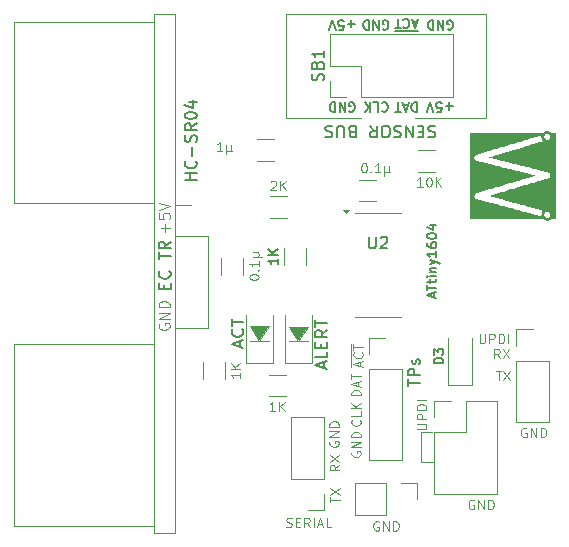
<source format=gbr>
%TF.GenerationSoftware,KiCad,Pcbnew,9.0.4*%
%TF.CreationDate,2025-11-07T20:41:43+01:00*%
%TF.ProjectId,SB_Mod_SR04,53425f4d-6f64-45f5-9352-30342e6b6963,rev?*%
%TF.SameCoordinates,Original*%
%TF.FileFunction,Legend,Top*%
%TF.FilePolarity,Positive*%
%FSLAX46Y46*%
G04 Gerber Fmt 4.6, Leading zero omitted, Abs format (unit mm)*
G04 Created by KiCad (PCBNEW 9.0.4) date 2025-11-07 20:41:43*
%MOMM*%
%LPD*%
G01*
G04 APERTURE LIST*
%ADD10C,0.100000*%
%ADD11C,0.150000*%
%ADD12C,0.000000*%
%ADD13C,0.120000*%
G04 APERTURE END LIST*
D10*
X124891800Y-111556800D02*
X123952000Y-111556800D01*
X123952000Y-114096800D02*
X124917200Y-114096800D01*
X123952000Y-111556800D02*
X123952000Y-114096800D01*
X112553980Y-119543600D02*
X112668266Y-119581695D01*
X112668266Y-119581695D02*
X112858742Y-119581695D01*
X112858742Y-119581695D02*
X112934933Y-119543600D01*
X112934933Y-119543600D02*
X112973028Y-119505504D01*
X112973028Y-119505504D02*
X113011123Y-119429314D01*
X113011123Y-119429314D02*
X113011123Y-119353123D01*
X113011123Y-119353123D02*
X112973028Y-119276933D01*
X112973028Y-119276933D02*
X112934933Y-119238838D01*
X112934933Y-119238838D02*
X112858742Y-119200742D01*
X112858742Y-119200742D02*
X112706361Y-119162647D01*
X112706361Y-119162647D02*
X112630171Y-119124552D01*
X112630171Y-119124552D02*
X112592076Y-119086457D01*
X112592076Y-119086457D02*
X112553980Y-119010266D01*
X112553980Y-119010266D02*
X112553980Y-118934076D01*
X112553980Y-118934076D02*
X112592076Y-118857885D01*
X112592076Y-118857885D02*
X112630171Y-118819790D01*
X112630171Y-118819790D02*
X112706361Y-118781695D01*
X112706361Y-118781695D02*
X112896838Y-118781695D01*
X112896838Y-118781695D02*
X113011123Y-118819790D01*
X113353981Y-119162647D02*
X113620647Y-119162647D01*
X113734933Y-119581695D02*
X113353981Y-119581695D01*
X113353981Y-119581695D02*
X113353981Y-118781695D01*
X113353981Y-118781695D02*
X113734933Y-118781695D01*
X114534934Y-119581695D02*
X114268267Y-119200742D01*
X114077791Y-119581695D02*
X114077791Y-118781695D01*
X114077791Y-118781695D02*
X114382553Y-118781695D01*
X114382553Y-118781695D02*
X114458743Y-118819790D01*
X114458743Y-118819790D02*
X114496838Y-118857885D01*
X114496838Y-118857885D02*
X114534934Y-118934076D01*
X114534934Y-118934076D02*
X114534934Y-119048361D01*
X114534934Y-119048361D02*
X114496838Y-119124552D01*
X114496838Y-119124552D02*
X114458743Y-119162647D01*
X114458743Y-119162647D02*
X114382553Y-119200742D01*
X114382553Y-119200742D02*
X114077791Y-119200742D01*
X114877791Y-119581695D02*
X114877791Y-118781695D01*
X115220647Y-119353123D02*
X115601600Y-119353123D01*
X115144457Y-119581695D02*
X115411124Y-118781695D01*
X115411124Y-118781695D02*
X115677790Y-119581695D01*
X116325409Y-119581695D02*
X115944457Y-119581695D01*
X115944457Y-119581695D02*
X115944457Y-118781695D01*
X118794323Y-105953830D02*
X118794323Y-105572877D01*
X119022895Y-106030020D02*
X118222895Y-105763353D01*
X118222895Y-105763353D02*
X119022895Y-105496687D01*
X118946704Y-104772877D02*
X118984800Y-104810973D01*
X118984800Y-104810973D02*
X119022895Y-104925258D01*
X119022895Y-104925258D02*
X119022895Y-105001449D01*
X119022895Y-105001449D02*
X118984800Y-105115735D01*
X118984800Y-105115735D02*
X118908609Y-105191925D01*
X118908609Y-105191925D02*
X118832419Y-105230020D01*
X118832419Y-105230020D02*
X118680038Y-105268116D01*
X118680038Y-105268116D02*
X118565752Y-105268116D01*
X118565752Y-105268116D02*
X118413371Y-105230020D01*
X118413371Y-105230020D02*
X118337180Y-105191925D01*
X118337180Y-105191925D02*
X118260990Y-105115735D01*
X118260990Y-105115735D02*
X118222895Y-105001449D01*
X118222895Y-105001449D02*
X118222895Y-104925258D01*
X118222895Y-104925258D02*
X118260990Y-104810973D01*
X118260990Y-104810973D02*
X118299085Y-104772877D01*
X118222895Y-104544306D02*
X118222895Y-104087163D01*
X119022895Y-104315735D02*
X118222895Y-104315735D01*
X118000800Y-106026211D02*
X118000800Y-104090973D01*
D11*
X125136039Y-85623400D02*
X124993182Y-85575780D01*
X124993182Y-85575780D02*
X124755087Y-85575780D01*
X124755087Y-85575780D02*
X124659849Y-85623400D01*
X124659849Y-85623400D02*
X124612230Y-85671019D01*
X124612230Y-85671019D02*
X124564611Y-85766257D01*
X124564611Y-85766257D02*
X124564611Y-85861495D01*
X124564611Y-85861495D02*
X124612230Y-85956733D01*
X124612230Y-85956733D02*
X124659849Y-86004352D01*
X124659849Y-86004352D02*
X124755087Y-86051971D01*
X124755087Y-86051971D02*
X124945563Y-86099590D01*
X124945563Y-86099590D02*
X125040801Y-86147209D01*
X125040801Y-86147209D02*
X125088420Y-86194828D01*
X125088420Y-86194828D02*
X125136039Y-86290066D01*
X125136039Y-86290066D02*
X125136039Y-86385304D01*
X125136039Y-86385304D02*
X125088420Y-86480542D01*
X125088420Y-86480542D02*
X125040801Y-86528161D01*
X125040801Y-86528161D02*
X124945563Y-86575780D01*
X124945563Y-86575780D02*
X124707468Y-86575780D01*
X124707468Y-86575780D02*
X124564611Y-86528161D01*
X124136039Y-86099590D02*
X123802706Y-86099590D01*
X123659849Y-85575780D02*
X124136039Y-85575780D01*
X124136039Y-85575780D02*
X124136039Y-86575780D01*
X124136039Y-86575780D02*
X123659849Y-86575780D01*
X123231277Y-85575780D02*
X123231277Y-86575780D01*
X123231277Y-86575780D02*
X122659849Y-85575780D01*
X122659849Y-85575780D02*
X122659849Y-86575780D01*
X122231277Y-85623400D02*
X122088420Y-85575780D01*
X122088420Y-85575780D02*
X121850325Y-85575780D01*
X121850325Y-85575780D02*
X121755087Y-85623400D01*
X121755087Y-85623400D02*
X121707468Y-85671019D01*
X121707468Y-85671019D02*
X121659849Y-85766257D01*
X121659849Y-85766257D02*
X121659849Y-85861495D01*
X121659849Y-85861495D02*
X121707468Y-85956733D01*
X121707468Y-85956733D02*
X121755087Y-86004352D01*
X121755087Y-86004352D02*
X121850325Y-86051971D01*
X121850325Y-86051971D02*
X122040801Y-86099590D01*
X122040801Y-86099590D02*
X122136039Y-86147209D01*
X122136039Y-86147209D02*
X122183658Y-86194828D01*
X122183658Y-86194828D02*
X122231277Y-86290066D01*
X122231277Y-86290066D02*
X122231277Y-86385304D01*
X122231277Y-86385304D02*
X122183658Y-86480542D01*
X122183658Y-86480542D02*
X122136039Y-86528161D01*
X122136039Y-86528161D02*
X122040801Y-86575780D01*
X122040801Y-86575780D02*
X121802706Y-86575780D01*
X121802706Y-86575780D02*
X121659849Y-86528161D01*
X121040801Y-86575780D02*
X120850325Y-86575780D01*
X120850325Y-86575780D02*
X120755087Y-86528161D01*
X120755087Y-86528161D02*
X120659849Y-86432923D01*
X120659849Y-86432923D02*
X120612230Y-86242447D01*
X120612230Y-86242447D02*
X120612230Y-85909114D01*
X120612230Y-85909114D02*
X120659849Y-85718638D01*
X120659849Y-85718638D02*
X120755087Y-85623400D01*
X120755087Y-85623400D02*
X120850325Y-85575780D01*
X120850325Y-85575780D02*
X121040801Y-85575780D01*
X121040801Y-85575780D02*
X121136039Y-85623400D01*
X121136039Y-85623400D02*
X121231277Y-85718638D01*
X121231277Y-85718638D02*
X121278896Y-85909114D01*
X121278896Y-85909114D02*
X121278896Y-86242447D01*
X121278896Y-86242447D02*
X121231277Y-86432923D01*
X121231277Y-86432923D02*
X121136039Y-86528161D01*
X121136039Y-86528161D02*
X121040801Y-86575780D01*
X119612230Y-85575780D02*
X119945563Y-86051971D01*
X120183658Y-85575780D02*
X120183658Y-86575780D01*
X120183658Y-86575780D02*
X119802706Y-86575780D01*
X119802706Y-86575780D02*
X119707468Y-86528161D01*
X119707468Y-86528161D02*
X119659849Y-86480542D01*
X119659849Y-86480542D02*
X119612230Y-86385304D01*
X119612230Y-86385304D02*
X119612230Y-86242447D01*
X119612230Y-86242447D02*
X119659849Y-86147209D01*
X119659849Y-86147209D02*
X119707468Y-86099590D01*
X119707468Y-86099590D02*
X119802706Y-86051971D01*
X119802706Y-86051971D02*
X120183658Y-86051971D01*
X118088420Y-86099590D02*
X117945563Y-86051971D01*
X117945563Y-86051971D02*
X117897944Y-86004352D01*
X117897944Y-86004352D02*
X117850325Y-85909114D01*
X117850325Y-85909114D02*
X117850325Y-85766257D01*
X117850325Y-85766257D02*
X117897944Y-85671019D01*
X117897944Y-85671019D02*
X117945563Y-85623400D01*
X117945563Y-85623400D02*
X118040801Y-85575780D01*
X118040801Y-85575780D02*
X118421753Y-85575780D01*
X118421753Y-85575780D02*
X118421753Y-86575780D01*
X118421753Y-86575780D02*
X118088420Y-86575780D01*
X118088420Y-86575780D02*
X117993182Y-86528161D01*
X117993182Y-86528161D02*
X117945563Y-86480542D01*
X117945563Y-86480542D02*
X117897944Y-86385304D01*
X117897944Y-86385304D02*
X117897944Y-86290066D01*
X117897944Y-86290066D02*
X117945563Y-86194828D01*
X117945563Y-86194828D02*
X117993182Y-86147209D01*
X117993182Y-86147209D02*
X118088420Y-86099590D01*
X118088420Y-86099590D02*
X118421753Y-86099590D01*
X117421753Y-86575780D02*
X117421753Y-85766257D01*
X117421753Y-85766257D02*
X117374134Y-85671019D01*
X117374134Y-85671019D02*
X117326515Y-85623400D01*
X117326515Y-85623400D02*
X117231277Y-85575780D01*
X117231277Y-85575780D02*
X117040801Y-85575780D01*
X117040801Y-85575780D02*
X116945563Y-85623400D01*
X116945563Y-85623400D02*
X116897944Y-85671019D01*
X116897944Y-85671019D02*
X116850325Y-85766257D01*
X116850325Y-85766257D02*
X116850325Y-86575780D01*
X116421753Y-85623400D02*
X116278896Y-85575780D01*
X116278896Y-85575780D02*
X116040801Y-85575780D01*
X116040801Y-85575780D02*
X115945563Y-85623400D01*
X115945563Y-85623400D02*
X115897944Y-85671019D01*
X115897944Y-85671019D02*
X115850325Y-85766257D01*
X115850325Y-85766257D02*
X115850325Y-85861495D01*
X115850325Y-85861495D02*
X115897944Y-85956733D01*
X115897944Y-85956733D02*
X115945563Y-86004352D01*
X115945563Y-86004352D02*
X116040801Y-86051971D01*
X116040801Y-86051971D02*
X116231277Y-86099590D01*
X116231277Y-86099590D02*
X116326515Y-86147209D01*
X116326515Y-86147209D02*
X116374134Y-86194828D01*
X116374134Y-86194828D02*
X116421753Y-86290066D01*
X116421753Y-86290066D02*
X116421753Y-86385304D01*
X116421753Y-86385304D02*
X116374134Y-86480542D01*
X116374134Y-86480542D02*
X116326515Y-86528161D01*
X116326515Y-86528161D02*
X116231277Y-86575780D01*
X116231277Y-86575780D02*
X115993182Y-86575780D01*
X115993182Y-86575780D02*
X115850325Y-86528161D01*
D10*
X118839562Y-108404934D02*
X118039562Y-108404934D01*
X118039562Y-108404934D02*
X118039562Y-108214458D01*
X118039562Y-108214458D02*
X118077657Y-108100172D01*
X118077657Y-108100172D02*
X118153847Y-108023982D01*
X118153847Y-108023982D02*
X118230038Y-107985887D01*
X118230038Y-107985887D02*
X118382419Y-107947791D01*
X118382419Y-107947791D02*
X118496705Y-107947791D01*
X118496705Y-107947791D02*
X118649086Y-107985887D01*
X118649086Y-107985887D02*
X118725276Y-108023982D01*
X118725276Y-108023982D02*
X118801467Y-108100172D01*
X118801467Y-108100172D02*
X118839562Y-108214458D01*
X118839562Y-108214458D02*
X118839562Y-108404934D01*
X118610990Y-107643030D02*
X118610990Y-107262077D01*
X118839562Y-107719220D02*
X118039562Y-107452553D01*
X118039562Y-107452553D02*
X118839562Y-107185887D01*
X118039562Y-107033506D02*
X118039562Y-106576363D01*
X118839562Y-106804935D02*
X118039562Y-106804935D01*
X116267095Y-117485420D02*
X116267095Y-117028277D01*
X117067095Y-117256849D02*
X116267095Y-117256849D01*
X116267095Y-116837801D02*
X117067095Y-116304467D01*
X116267095Y-116304467D02*
X117067095Y-116837801D01*
X128903040Y-103193540D02*
X128903040Y-103841159D01*
X128903040Y-103841159D02*
X128941135Y-103917349D01*
X128941135Y-103917349D02*
X128979230Y-103955445D01*
X128979230Y-103955445D02*
X129055421Y-103993540D01*
X129055421Y-103993540D02*
X129207802Y-103993540D01*
X129207802Y-103993540D02*
X129283992Y-103955445D01*
X129283992Y-103955445D02*
X129322087Y-103917349D01*
X129322087Y-103917349D02*
X129360183Y-103841159D01*
X129360183Y-103841159D02*
X129360183Y-103193540D01*
X129741135Y-103993540D02*
X129741135Y-103193540D01*
X129741135Y-103193540D02*
X130045897Y-103193540D01*
X130045897Y-103193540D02*
X130122087Y-103231635D01*
X130122087Y-103231635D02*
X130160182Y-103269730D01*
X130160182Y-103269730D02*
X130198278Y-103345921D01*
X130198278Y-103345921D02*
X130198278Y-103460206D01*
X130198278Y-103460206D02*
X130160182Y-103536397D01*
X130160182Y-103536397D02*
X130122087Y-103574492D01*
X130122087Y-103574492D02*
X130045897Y-103612587D01*
X130045897Y-103612587D02*
X129741135Y-103612587D01*
X130541135Y-103993540D02*
X130541135Y-103193540D01*
X130541135Y-103193540D02*
X130731611Y-103193540D01*
X130731611Y-103193540D02*
X130845897Y-103231635D01*
X130845897Y-103231635D02*
X130922087Y-103307825D01*
X130922087Y-103307825D02*
X130960182Y-103384016D01*
X130960182Y-103384016D02*
X130998278Y-103536397D01*
X130998278Y-103536397D02*
X130998278Y-103650683D01*
X130998278Y-103650683D02*
X130960182Y-103803064D01*
X130960182Y-103803064D02*
X130922087Y-103879254D01*
X130922087Y-103879254D02*
X130845897Y-103955445D01*
X130845897Y-103955445D02*
X130731611Y-103993540D01*
X130731611Y-103993540D02*
X130541135Y-103993540D01*
X131341135Y-103993540D02*
X131341135Y-103193540D01*
X130617325Y-105281495D02*
X130350658Y-104900542D01*
X130160182Y-105281495D02*
X130160182Y-104481495D01*
X130160182Y-104481495D02*
X130464944Y-104481495D01*
X130464944Y-104481495D02*
X130541134Y-104519590D01*
X130541134Y-104519590D02*
X130579229Y-104557685D01*
X130579229Y-104557685D02*
X130617325Y-104633876D01*
X130617325Y-104633876D02*
X130617325Y-104748161D01*
X130617325Y-104748161D02*
X130579229Y-104824352D01*
X130579229Y-104824352D02*
X130541134Y-104862447D01*
X130541134Y-104862447D02*
X130464944Y-104900542D01*
X130464944Y-104900542D02*
X130160182Y-104900542D01*
X130883991Y-104481495D02*
X131417325Y-105281495D01*
X131417325Y-104481495D02*
X130883991Y-105281495D01*
X130276676Y-106335695D02*
X130733819Y-106335695D01*
X130505247Y-107135695D02*
X130505247Y-106335695D01*
X130924295Y-106335695D02*
X131457629Y-107135695D01*
X131457629Y-106335695D02*
X130924295Y-107135695D01*
X118763371Y-110487791D02*
X118801467Y-110525887D01*
X118801467Y-110525887D02*
X118839562Y-110640172D01*
X118839562Y-110640172D02*
X118839562Y-110716363D01*
X118839562Y-110716363D02*
X118801467Y-110830649D01*
X118801467Y-110830649D02*
X118725276Y-110906839D01*
X118725276Y-110906839D02*
X118649086Y-110944934D01*
X118649086Y-110944934D02*
X118496705Y-110983030D01*
X118496705Y-110983030D02*
X118382419Y-110983030D01*
X118382419Y-110983030D02*
X118230038Y-110944934D01*
X118230038Y-110944934D02*
X118153847Y-110906839D01*
X118153847Y-110906839D02*
X118077657Y-110830649D01*
X118077657Y-110830649D02*
X118039562Y-110716363D01*
X118039562Y-110716363D02*
X118039562Y-110640172D01*
X118039562Y-110640172D02*
X118077657Y-110525887D01*
X118077657Y-110525887D02*
X118115752Y-110487791D01*
X118839562Y-109763982D02*
X118839562Y-110144934D01*
X118839562Y-110144934D02*
X118039562Y-110144934D01*
X118839562Y-109497315D02*
X118039562Y-109497315D01*
X118839562Y-109040172D02*
X118382419Y-109383030D01*
X118039562Y-109040172D02*
X118496705Y-109497315D01*
X117016295Y-114297791D02*
X116635342Y-114564458D01*
X117016295Y-114754934D02*
X116216295Y-114754934D01*
X116216295Y-114754934D02*
X116216295Y-114450172D01*
X116216295Y-114450172D02*
X116254390Y-114373982D01*
X116254390Y-114373982D02*
X116292485Y-114335887D01*
X116292485Y-114335887D02*
X116368676Y-114297791D01*
X116368676Y-114297791D02*
X116482961Y-114297791D01*
X116482961Y-114297791D02*
X116559152Y-114335887D01*
X116559152Y-114335887D02*
X116597247Y-114373982D01*
X116597247Y-114373982D02*
X116635342Y-114450172D01*
X116635342Y-114450172D02*
X116635342Y-114754934D01*
X116216295Y-114031125D02*
X117016295Y-113497791D01*
X116216295Y-113497791D02*
X117016295Y-114031125D01*
X128422476Y-117295790D02*
X128346286Y-117257695D01*
X128346286Y-117257695D02*
X128232000Y-117257695D01*
X128232000Y-117257695D02*
X128117714Y-117295790D01*
X128117714Y-117295790D02*
X128041524Y-117371980D01*
X128041524Y-117371980D02*
X128003429Y-117448171D01*
X128003429Y-117448171D02*
X127965333Y-117600552D01*
X127965333Y-117600552D02*
X127965333Y-117714838D01*
X127965333Y-117714838D02*
X128003429Y-117867219D01*
X128003429Y-117867219D02*
X128041524Y-117943409D01*
X128041524Y-117943409D02*
X128117714Y-118019600D01*
X128117714Y-118019600D02*
X128232000Y-118057695D01*
X128232000Y-118057695D02*
X128308191Y-118057695D01*
X128308191Y-118057695D02*
X128422476Y-118019600D01*
X128422476Y-118019600D02*
X128460572Y-117981504D01*
X128460572Y-117981504D02*
X128460572Y-117714838D01*
X128460572Y-117714838D02*
X128308191Y-117714838D01*
X128803429Y-118057695D02*
X128803429Y-117257695D01*
X128803429Y-117257695D02*
X129260572Y-118057695D01*
X129260572Y-118057695D02*
X129260572Y-117257695D01*
X129641524Y-118057695D02*
X129641524Y-117257695D01*
X129641524Y-117257695D02*
X129832000Y-117257695D01*
X129832000Y-117257695D02*
X129946286Y-117295790D01*
X129946286Y-117295790D02*
X130022476Y-117371980D01*
X130022476Y-117371980D02*
X130060571Y-117448171D01*
X130060571Y-117448171D02*
X130098667Y-117600552D01*
X130098667Y-117600552D02*
X130098667Y-117714838D01*
X130098667Y-117714838D02*
X130060571Y-117867219D01*
X130060571Y-117867219D02*
X130022476Y-117943409D01*
X130022476Y-117943409D02*
X129946286Y-118019600D01*
X129946286Y-118019600D02*
X129832000Y-118057695D01*
X129832000Y-118057695D02*
X129641524Y-118057695D01*
X123607695Y-111277246D02*
X124255314Y-111277246D01*
X124255314Y-111277246D02*
X124331504Y-111239151D01*
X124331504Y-111239151D02*
X124369600Y-111201056D01*
X124369600Y-111201056D02*
X124407695Y-111124865D01*
X124407695Y-111124865D02*
X124407695Y-110972484D01*
X124407695Y-110972484D02*
X124369600Y-110896294D01*
X124369600Y-110896294D02*
X124331504Y-110858199D01*
X124331504Y-110858199D02*
X124255314Y-110820103D01*
X124255314Y-110820103D02*
X123607695Y-110820103D01*
X124407695Y-110439151D02*
X123607695Y-110439151D01*
X123607695Y-110439151D02*
X123607695Y-110134389D01*
X123607695Y-110134389D02*
X123645790Y-110058199D01*
X123645790Y-110058199D02*
X123683885Y-110020104D01*
X123683885Y-110020104D02*
X123760076Y-109982008D01*
X123760076Y-109982008D02*
X123874361Y-109982008D01*
X123874361Y-109982008D02*
X123950552Y-110020104D01*
X123950552Y-110020104D02*
X123988647Y-110058199D01*
X123988647Y-110058199D02*
X124026742Y-110134389D01*
X124026742Y-110134389D02*
X124026742Y-110439151D01*
X124407695Y-109639151D02*
X123607695Y-109639151D01*
X123607695Y-109639151D02*
X123607695Y-109448675D01*
X123607695Y-109448675D02*
X123645790Y-109334389D01*
X123645790Y-109334389D02*
X123721980Y-109258199D01*
X123721980Y-109258199D02*
X123798171Y-109220104D01*
X123798171Y-109220104D02*
X123950552Y-109182008D01*
X123950552Y-109182008D02*
X124064838Y-109182008D01*
X124064838Y-109182008D02*
X124217219Y-109220104D01*
X124217219Y-109220104D02*
X124293409Y-109258199D01*
X124293409Y-109258199D02*
X124369600Y-109334389D01*
X124369600Y-109334389D02*
X124407695Y-109448675D01*
X124407695Y-109448675D02*
X124407695Y-109639151D01*
X124407695Y-108839151D02*
X123607695Y-108839151D01*
X118077657Y-113192887D02*
X118039562Y-113269077D01*
X118039562Y-113269077D02*
X118039562Y-113383363D01*
X118039562Y-113383363D02*
X118077657Y-113497649D01*
X118077657Y-113497649D02*
X118153847Y-113573839D01*
X118153847Y-113573839D02*
X118230038Y-113611934D01*
X118230038Y-113611934D02*
X118382419Y-113650030D01*
X118382419Y-113650030D02*
X118496705Y-113650030D01*
X118496705Y-113650030D02*
X118649086Y-113611934D01*
X118649086Y-113611934D02*
X118725276Y-113573839D01*
X118725276Y-113573839D02*
X118801467Y-113497649D01*
X118801467Y-113497649D02*
X118839562Y-113383363D01*
X118839562Y-113383363D02*
X118839562Y-113307172D01*
X118839562Y-113307172D02*
X118801467Y-113192887D01*
X118801467Y-113192887D02*
X118763371Y-113154791D01*
X118763371Y-113154791D02*
X118496705Y-113154791D01*
X118496705Y-113154791D02*
X118496705Y-113307172D01*
X118839562Y-112811934D02*
X118039562Y-112811934D01*
X118039562Y-112811934D02*
X118839562Y-112354791D01*
X118839562Y-112354791D02*
X118039562Y-112354791D01*
X118839562Y-111973839D02*
X118039562Y-111973839D01*
X118039562Y-111973839D02*
X118039562Y-111783363D01*
X118039562Y-111783363D02*
X118077657Y-111669077D01*
X118077657Y-111669077D02*
X118153847Y-111592887D01*
X118153847Y-111592887D02*
X118230038Y-111554792D01*
X118230038Y-111554792D02*
X118382419Y-111516696D01*
X118382419Y-111516696D02*
X118496705Y-111516696D01*
X118496705Y-111516696D02*
X118649086Y-111554792D01*
X118649086Y-111554792D02*
X118725276Y-111592887D01*
X118725276Y-111592887D02*
X118801467Y-111669077D01*
X118801467Y-111669077D02*
X118839562Y-111783363D01*
X118839562Y-111783363D02*
X118839562Y-111973839D01*
X132867476Y-111225190D02*
X132791286Y-111187095D01*
X132791286Y-111187095D02*
X132677000Y-111187095D01*
X132677000Y-111187095D02*
X132562714Y-111225190D01*
X132562714Y-111225190D02*
X132486524Y-111301380D01*
X132486524Y-111301380D02*
X132448429Y-111377571D01*
X132448429Y-111377571D02*
X132410333Y-111529952D01*
X132410333Y-111529952D02*
X132410333Y-111644238D01*
X132410333Y-111644238D02*
X132448429Y-111796619D01*
X132448429Y-111796619D02*
X132486524Y-111872809D01*
X132486524Y-111872809D02*
X132562714Y-111949000D01*
X132562714Y-111949000D02*
X132677000Y-111987095D01*
X132677000Y-111987095D02*
X132753191Y-111987095D01*
X132753191Y-111987095D02*
X132867476Y-111949000D01*
X132867476Y-111949000D02*
X132905572Y-111910904D01*
X132905572Y-111910904D02*
X132905572Y-111644238D01*
X132905572Y-111644238D02*
X132753191Y-111644238D01*
X133248429Y-111987095D02*
X133248429Y-111187095D01*
X133248429Y-111187095D02*
X133705572Y-111987095D01*
X133705572Y-111987095D02*
X133705572Y-111187095D01*
X134086524Y-111987095D02*
X134086524Y-111187095D01*
X134086524Y-111187095D02*
X134277000Y-111187095D01*
X134277000Y-111187095D02*
X134391286Y-111225190D01*
X134391286Y-111225190D02*
X134467476Y-111301380D01*
X134467476Y-111301380D02*
X134505571Y-111377571D01*
X134505571Y-111377571D02*
X134543667Y-111529952D01*
X134543667Y-111529952D02*
X134543667Y-111644238D01*
X134543667Y-111644238D02*
X134505571Y-111796619D01*
X134505571Y-111796619D02*
X134467476Y-111872809D01*
X134467476Y-111872809D02*
X134391286Y-111949000D01*
X134391286Y-111949000D02*
X134277000Y-111987095D01*
X134277000Y-111987095D02*
X134086524Y-111987095D01*
X116228990Y-112303887D02*
X116190895Y-112380077D01*
X116190895Y-112380077D02*
X116190895Y-112494363D01*
X116190895Y-112494363D02*
X116228990Y-112608649D01*
X116228990Y-112608649D02*
X116305180Y-112684839D01*
X116305180Y-112684839D02*
X116381371Y-112722934D01*
X116381371Y-112722934D02*
X116533752Y-112761030D01*
X116533752Y-112761030D02*
X116648038Y-112761030D01*
X116648038Y-112761030D02*
X116800419Y-112722934D01*
X116800419Y-112722934D02*
X116876609Y-112684839D01*
X116876609Y-112684839D02*
X116952800Y-112608649D01*
X116952800Y-112608649D02*
X116990895Y-112494363D01*
X116990895Y-112494363D02*
X116990895Y-112418172D01*
X116990895Y-112418172D02*
X116952800Y-112303887D01*
X116952800Y-112303887D02*
X116914704Y-112265791D01*
X116914704Y-112265791D02*
X116648038Y-112265791D01*
X116648038Y-112265791D02*
X116648038Y-112418172D01*
X116990895Y-111922934D02*
X116190895Y-111922934D01*
X116190895Y-111922934D02*
X116990895Y-111465791D01*
X116990895Y-111465791D02*
X116190895Y-111465791D01*
X116990895Y-111084839D02*
X116190895Y-111084839D01*
X116190895Y-111084839D02*
X116190895Y-110894363D01*
X116190895Y-110894363D02*
X116228990Y-110780077D01*
X116228990Y-110780077D02*
X116305180Y-110703887D01*
X116305180Y-110703887D02*
X116381371Y-110665792D01*
X116381371Y-110665792D02*
X116533752Y-110627696D01*
X116533752Y-110627696D02*
X116648038Y-110627696D01*
X116648038Y-110627696D02*
X116800419Y-110665792D01*
X116800419Y-110665792D02*
X116876609Y-110703887D01*
X116876609Y-110703887D02*
X116952800Y-110780077D01*
X116952800Y-110780077D02*
X116990895Y-110894363D01*
X116990895Y-110894363D02*
X116990895Y-111084839D01*
D11*
X122847219Y-107629077D02*
X122847219Y-107057649D01*
X123847219Y-107343363D02*
X122847219Y-107343363D01*
X123847219Y-106724315D02*
X122847219Y-106724315D01*
X122847219Y-106724315D02*
X122847219Y-106343363D01*
X122847219Y-106343363D02*
X122894838Y-106248125D01*
X122894838Y-106248125D02*
X122942457Y-106200506D01*
X122942457Y-106200506D02*
X123037695Y-106152887D01*
X123037695Y-106152887D02*
X123180552Y-106152887D01*
X123180552Y-106152887D02*
X123275790Y-106200506D01*
X123275790Y-106200506D02*
X123323409Y-106248125D01*
X123323409Y-106248125D02*
X123371028Y-106343363D01*
X123371028Y-106343363D02*
X123371028Y-106724315D01*
X123799600Y-105771934D02*
X123847219Y-105676696D01*
X123847219Y-105676696D02*
X123847219Y-105486220D01*
X123847219Y-105486220D02*
X123799600Y-105390982D01*
X123799600Y-105390982D02*
X123704361Y-105343363D01*
X123704361Y-105343363D02*
X123656742Y-105343363D01*
X123656742Y-105343363D02*
X123561504Y-105390982D01*
X123561504Y-105390982D02*
X123513885Y-105486220D01*
X123513885Y-105486220D02*
X123513885Y-105629077D01*
X123513885Y-105629077D02*
X123466266Y-105724315D01*
X123466266Y-105724315D02*
X123371028Y-105771934D01*
X123371028Y-105771934D02*
X123323409Y-105771934D01*
X123323409Y-105771934D02*
X123228171Y-105724315D01*
X123228171Y-105724315D02*
X123180552Y-105629077D01*
X123180552Y-105629077D02*
X123180552Y-105486220D01*
X123180552Y-105486220D02*
X123228171Y-105390982D01*
D10*
X120370676Y-119109990D02*
X120294486Y-119071895D01*
X120294486Y-119071895D02*
X120180200Y-119071895D01*
X120180200Y-119071895D02*
X120065914Y-119109990D01*
X120065914Y-119109990D02*
X119989724Y-119186180D01*
X119989724Y-119186180D02*
X119951629Y-119262371D01*
X119951629Y-119262371D02*
X119913533Y-119414752D01*
X119913533Y-119414752D02*
X119913533Y-119529038D01*
X119913533Y-119529038D02*
X119951629Y-119681419D01*
X119951629Y-119681419D02*
X119989724Y-119757609D01*
X119989724Y-119757609D02*
X120065914Y-119833800D01*
X120065914Y-119833800D02*
X120180200Y-119871895D01*
X120180200Y-119871895D02*
X120256391Y-119871895D01*
X120256391Y-119871895D02*
X120370676Y-119833800D01*
X120370676Y-119833800D02*
X120408772Y-119795704D01*
X120408772Y-119795704D02*
X120408772Y-119529038D01*
X120408772Y-119529038D02*
X120256391Y-119529038D01*
X120751629Y-119871895D02*
X120751629Y-119071895D01*
X120751629Y-119071895D02*
X121208772Y-119871895D01*
X121208772Y-119871895D02*
X121208772Y-119071895D01*
X121589724Y-119871895D02*
X121589724Y-119071895D01*
X121589724Y-119071895D02*
X121780200Y-119071895D01*
X121780200Y-119071895D02*
X121894486Y-119109990D01*
X121894486Y-119109990D02*
X121970676Y-119186180D01*
X121970676Y-119186180D02*
X122008771Y-119262371D01*
X122008771Y-119262371D02*
X122046867Y-119414752D01*
X122046867Y-119414752D02*
X122046867Y-119529038D01*
X122046867Y-119529038D02*
X122008771Y-119681419D01*
X122008771Y-119681419D02*
X121970676Y-119757609D01*
X121970676Y-119757609D02*
X121894486Y-119833800D01*
X121894486Y-119833800D02*
X121780200Y-119871895D01*
X121780200Y-119871895D02*
X121589724Y-119871895D01*
D11*
X119532495Y-94984219D02*
X119532495Y-95793742D01*
X119532495Y-95793742D02*
X119580114Y-95888980D01*
X119580114Y-95888980D02*
X119627733Y-95936600D01*
X119627733Y-95936600D02*
X119722971Y-95984219D01*
X119722971Y-95984219D02*
X119913447Y-95984219D01*
X119913447Y-95984219D02*
X120008685Y-95936600D01*
X120008685Y-95936600D02*
X120056304Y-95888980D01*
X120056304Y-95888980D02*
X120103923Y-95793742D01*
X120103923Y-95793742D02*
X120103923Y-94984219D01*
X120532495Y-95079457D02*
X120580114Y-95031838D01*
X120580114Y-95031838D02*
X120675352Y-94984219D01*
X120675352Y-94984219D02*
X120913447Y-94984219D01*
X120913447Y-94984219D02*
X121008685Y-95031838D01*
X121008685Y-95031838D02*
X121056304Y-95079457D01*
X121056304Y-95079457D02*
X121103923Y-95174695D01*
X121103923Y-95174695D02*
X121103923Y-95269933D01*
X121103923Y-95269933D02*
X121056304Y-95412790D01*
X121056304Y-95412790D02*
X120484876Y-95984219D01*
X120484876Y-95984219D02*
X121103923Y-95984219D01*
X125025523Y-100132762D02*
X125025523Y-99751809D01*
X125254095Y-100208952D02*
X124454095Y-99942285D01*
X124454095Y-99942285D02*
X125254095Y-99675619D01*
X124454095Y-99523238D02*
X124454095Y-99066095D01*
X125254095Y-99294667D02*
X124454095Y-99294667D01*
X124720761Y-98913714D02*
X124720761Y-98608952D01*
X124454095Y-98799428D02*
X125139809Y-98799428D01*
X125139809Y-98799428D02*
X125216000Y-98761333D01*
X125216000Y-98761333D02*
X125254095Y-98685143D01*
X125254095Y-98685143D02*
X125254095Y-98608952D01*
X125254095Y-98342285D02*
X124720761Y-98342285D01*
X124454095Y-98342285D02*
X124492190Y-98380381D01*
X124492190Y-98380381D02*
X124530285Y-98342285D01*
X124530285Y-98342285D02*
X124492190Y-98304190D01*
X124492190Y-98304190D02*
X124454095Y-98342285D01*
X124454095Y-98342285D02*
X124530285Y-98342285D01*
X124720761Y-97961333D02*
X125254095Y-97961333D01*
X124796952Y-97961333D02*
X124758857Y-97923238D01*
X124758857Y-97923238D02*
X124720761Y-97847048D01*
X124720761Y-97847048D02*
X124720761Y-97732762D01*
X124720761Y-97732762D02*
X124758857Y-97656571D01*
X124758857Y-97656571D02*
X124835047Y-97618476D01*
X124835047Y-97618476D02*
X125254095Y-97618476D01*
X124720761Y-97313714D02*
X125254095Y-97123238D01*
X124720761Y-96932761D02*
X125254095Y-97123238D01*
X125254095Y-97123238D02*
X125444571Y-97199428D01*
X125444571Y-97199428D02*
X125482666Y-97237523D01*
X125482666Y-97237523D02*
X125520761Y-97313714D01*
X125254095Y-96208952D02*
X125254095Y-96666095D01*
X125254095Y-96437523D02*
X124454095Y-96437523D01*
X124454095Y-96437523D02*
X124568380Y-96513714D01*
X124568380Y-96513714D02*
X124644571Y-96589904D01*
X124644571Y-96589904D02*
X124682666Y-96666095D01*
X124454095Y-95523237D02*
X124454095Y-95675618D01*
X124454095Y-95675618D02*
X124492190Y-95751809D01*
X124492190Y-95751809D02*
X124530285Y-95789904D01*
X124530285Y-95789904D02*
X124644571Y-95866094D01*
X124644571Y-95866094D02*
X124796952Y-95904190D01*
X124796952Y-95904190D02*
X125101714Y-95904190D01*
X125101714Y-95904190D02*
X125177904Y-95866094D01*
X125177904Y-95866094D02*
X125216000Y-95827999D01*
X125216000Y-95827999D02*
X125254095Y-95751809D01*
X125254095Y-95751809D02*
X125254095Y-95599428D01*
X125254095Y-95599428D02*
X125216000Y-95523237D01*
X125216000Y-95523237D02*
X125177904Y-95485142D01*
X125177904Y-95485142D02*
X125101714Y-95447047D01*
X125101714Y-95447047D02*
X124911238Y-95447047D01*
X124911238Y-95447047D02*
X124835047Y-95485142D01*
X124835047Y-95485142D02*
X124796952Y-95523237D01*
X124796952Y-95523237D02*
X124758857Y-95599428D01*
X124758857Y-95599428D02*
X124758857Y-95751809D01*
X124758857Y-95751809D02*
X124796952Y-95827999D01*
X124796952Y-95827999D02*
X124835047Y-95866094D01*
X124835047Y-95866094D02*
X124911238Y-95904190D01*
X124454095Y-94951808D02*
X124454095Y-94875618D01*
X124454095Y-94875618D02*
X124492190Y-94799427D01*
X124492190Y-94799427D02*
X124530285Y-94761332D01*
X124530285Y-94761332D02*
X124606476Y-94723237D01*
X124606476Y-94723237D02*
X124758857Y-94685142D01*
X124758857Y-94685142D02*
X124949333Y-94685142D01*
X124949333Y-94685142D02*
X125101714Y-94723237D01*
X125101714Y-94723237D02*
X125177904Y-94761332D01*
X125177904Y-94761332D02*
X125216000Y-94799427D01*
X125216000Y-94799427D02*
X125254095Y-94875618D01*
X125254095Y-94875618D02*
X125254095Y-94951808D01*
X125254095Y-94951808D02*
X125216000Y-95027999D01*
X125216000Y-95027999D02*
X125177904Y-95066094D01*
X125177904Y-95066094D02*
X125101714Y-95104189D01*
X125101714Y-95104189D02*
X124949333Y-95142285D01*
X124949333Y-95142285D02*
X124758857Y-95142285D01*
X124758857Y-95142285D02*
X124606476Y-95104189D01*
X124606476Y-95104189D02*
X124530285Y-95066094D01*
X124530285Y-95066094D02*
X124492190Y-95027999D01*
X124492190Y-95027999D02*
X124454095Y-94951808D01*
X124720761Y-93999427D02*
X125254095Y-93999427D01*
X124416000Y-94189903D02*
X124987428Y-94380380D01*
X124987428Y-94380380D02*
X124987428Y-93885141D01*
D10*
X107124523Y-87740895D02*
X106667380Y-87740895D01*
X106895952Y-87740895D02*
X106895952Y-86940895D01*
X106895952Y-86940895D02*
X106819761Y-87055180D01*
X106819761Y-87055180D02*
X106743571Y-87131371D01*
X106743571Y-87131371D02*
X106667380Y-87169466D01*
X107467381Y-87207561D02*
X107467381Y-88007561D01*
X107848333Y-87626609D02*
X107886428Y-87702800D01*
X107886428Y-87702800D02*
X107962619Y-87740895D01*
X107467381Y-87626609D02*
X107505476Y-87702800D01*
X107505476Y-87702800D02*
X107581666Y-87740895D01*
X107581666Y-87740895D02*
X107734047Y-87740895D01*
X107734047Y-87740895D02*
X107810238Y-87702800D01*
X107810238Y-87702800D02*
X107848333Y-87626609D01*
X107848333Y-87626609D02*
X107848333Y-87207561D01*
X108620895Y-106496428D02*
X108620895Y-106953571D01*
X108620895Y-106724999D02*
X107820895Y-106724999D01*
X107820895Y-106724999D02*
X107935180Y-106801190D01*
X107935180Y-106801190D02*
X108011371Y-106877380D01*
X108011371Y-106877380D02*
X108049466Y-106953571D01*
X108620895Y-106153570D02*
X107820895Y-106153570D01*
X108620895Y-105696427D02*
X108163752Y-106039285D01*
X107820895Y-105696427D02*
X108278038Y-106153570D01*
D11*
X115713704Y-106090790D02*
X115713704Y-105614600D01*
X115999419Y-106186028D02*
X114999419Y-105852695D01*
X114999419Y-105852695D02*
X115999419Y-105519362D01*
X115999419Y-104709838D02*
X115999419Y-105186028D01*
X115999419Y-105186028D02*
X114999419Y-105186028D01*
X115475609Y-104376504D02*
X115475609Y-104043171D01*
X115999419Y-103900314D02*
X115999419Y-104376504D01*
X115999419Y-104376504D02*
X114999419Y-104376504D01*
X114999419Y-104376504D02*
X114999419Y-103900314D01*
X115999419Y-102900314D02*
X115523228Y-103233647D01*
X115999419Y-103471742D02*
X114999419Y-103471742D01*
X114999419Y-103471742D02*
X114999419Y-103090790D01*
X114999419Y-103090790D02*
X115047038Y-102995552D01*
X115047038Y-102995552D02*
X115094657Y-102947933D01*
X115094657Y-102947933D02*
X115189895Y-102900314D01*
X115189895Y-102900314D02*
X115332752Y-102900314D01*
X115332752Y-102900314D02*
X115427990Y-102947933D01*
X115427990Y-102947933D02*
X115475609Y-102995552D01*
X115475609Y-102995552D02*
X115523228Y-103090790D01*
X115523228Y-103090790D02*
X115523228Y-103471742D01*
X114999419Y-102614599D02*
X114999419Y-102043171D01*
X115999419Y-102328885D02*
X114999419Y-102328885D01*
D10*
X111232428Y-90319085D02*
X111270524Y-90280990D01*
X111270524Y-90280990D02*
X111346714Y-90242895D01*
X111346714Y-90242895D02*
X111537190Y-90242895D01*
X111537190Y-90242895D02*
X111613381Y-90280990D01*
X111613381Y-90280990D02*
X111651476Y-90319085D01*
X111651476Y-90319085D02*
X111689571Y-90395276D01*
X111689571Y-90395276D02*
X111689571Y-90471466D01*
X111689571Y-90471466D02*
X111651476Y-90585752D01*
X111651476Y-90585752D02*
X111194333Y-91042895D01*
X111194333Y-91042895D02*
X111689571Y-91042895D01*
X112032429Y-91042895D02*
X112032429Y-90242895D01*
X112489572Y-91042895D02*
X112146714Y-90585752D01*
X112489572Y-90242895D02*
X112032429Y-90700038D01*
D11*
X115654600Y-81754504D02*
X115702219Y-81611647D01*
X115702219Y-81611647D02*
X115702219Y-81373552D01*
X115702219Y-81373552D02*
X115654600Y-81278314D01*
X115654600Y-81278314D02*
X115606980Y-81230695D01*
X115606980Y-81230695D02*
X115511742Y-81183076D01*
X115511742Y-81183076D02*
X115416504Y-81183076D01*
X115416504Y-81183076D02*
X115321266Y-81230695D01*
X115321266Y-81230695D02*
X115273647Y-81278314D01*
X115273647Y-81278314D02*
X115226028Y-81373552D01*
X115226028Y-81373552D02*
X115178409Y-81564028D01*
X115178409Y-81564028D02*
X115130790Y-81659266D01*
X115130790Y-81659266D02*
X115083171Y-81706885D01*
X115083171Y-81706885D02*
X114987933Y-81754504D01*
X114987933Y-81754504D02*
X114892695Y-81754504D01*
X114892695Y-81754504D02*
X114797457Y-81706885D01*
X114797457Y-81706885D02*
X114749838Y-81659266D01*
X114749838Y-81659266D02*
X114702219Y-81564028D01*
X114702219Y-81564028D02*
X114702219Y-81325933D01*
X114702219Y-81325933D02*
X114749838Y-81183076D01*
X115178409Y-80421171D02*
X115226028Y-80278314D01*
X115226028Y-80278314D02*
X115273647Y-80230695D01*
X115273647Y-80230695D02*
X115368885Y-80183076D01*
X115368885Y-80183076D02*
X115511742Y-80183076D01*
X115511742Y-80183076D02*
X115606980Y-80230695D01*
X115606980Y-80230695D02*
X115654600Y-80278314D01*
X115654600Y-80278314D02*
X115702219Y-80373552D01*
X115702219Y-80373552D02*
X115702219Y-80754504D01*
X115702219Y-80754504D02*
X114702219Y-80754504D01*
X114702219Y-80754504D02*
X114702219Y-80421171D01*
X114702219Y-80421171D02*
X114749838Y-80325933D01*
X114749838Y-80325933D02*
X114797457Y-80278314D01*
X114797457Y-80278314D02*
X114892695Y-80230695D01*
X114892695Y-80230695D02*
X114987933Y-80230695D01*
X114987933Y-80230695D02*
X115083171Y-80278314D01*
X115083171Y-80278314D02*
X115130790Y-80325933D01*
X115130790Y-80325933D02*
X115178409Y-80421171D01*
X115178409Y-80421171D02*
X115178409Y-80754504D01*
X115702219Y-79230695D02*
X115702219Y-79802123D01*
X115702219Y-79516409D02*
X114702219Y-79516409D01*
X114702219Y-79516409D02*
X114845076Y-79611647D01*
X114845076Y-79611647D02*
X114940314Y-79706885D01*
X114940314Y-79706885D02*
X114987933Y-79802123D01*
X118354239Y-76957666D02*
X117744716Y-76957666D01*
X118049477Y-76652904D02*
X118049477Y-77262428D01*
X116982811Y-77452904D02*
X117363763Y-77452904D01*
X117363763Y-77452904D02*
X117401859Y-77071952D01*
X117401859Y-77071952D02*
X117363763Y-77110047D01*
X117363763Y-77110047D02*
X117287573Y-77148142D01*
X117287573Y-77148142D02*
X117097097Y-77148142D01*
X117097097Y-77148142D02*
X117020906Y-77110047D01*
X117020906Y-77110047D02*
X116982811Y-77071952D01*
X116982811Y-77071952D02*
X116944716Y-76995761D01*
X116944716Y-76995761D02*
X116944716Y-76805285D01*
X116944716Y-76805285D02*
X116982811Y-76729095D01*
X116982811Y-76729095D02*
X117020906Y-76691000D01*
X117020906Y-76691000D02*
X117097097Y-76652904D01*
X117097097Y-76652904D02*
X117287573Y-76652904D01*
X117287573Y-76652904D02*
X117363763Y-76691000D01*
X117363763Y-76691000D02*
X117401859Y-76729095D01*
X116716144Y-77452904D02*
X116449477Y-76652904D01*
X116449477Y-76652904D02*
X116182811Y-77452904D01*
X120729192Y-77414809D02*
X120805382Y-77452904D01*
X120805382Y-77452904D02*
X120919668Y-77452904D01*
X120919668Y-77452904D02*
X121033954Y-77414809D01*
X121033954Y-77414809D02*
X121110144Y-77338619D01*
X121110144Y-77338619D02*
X121148239Y-77262428D01*
X121148239Y-77262428D02*
X121186335Y-77110047D01*
X121186335Y-77110047D02*
X121186335Y-76995761D01*
X121186335Y-76995761D02*
X121148239Y-76843380D01*
X121148239Y-76843380D02*
X121110144Y-76767190D01*
X121110144Y-76767190D02*
X121033954Y-76691000D01*
X121033954Y-76691000D02*
X120919668Y-76652904D01*
X120919668Y-76652904D02*
X120843477Y-76652904D01*
X120843477Y-76652904D02*
X120729192Y-76691000D01*
X120729192Y-76691000D02*
X120691096Y-76729095D01*
X120691096Y-76729095D02*
X120691096Y-76995761D01*
X120691096Y-76995761D02*
X120843477Y-76995761D01*
X120348239Y-76652904D02*
X120348239Y-77452904D01*
X120348239Y-77452904D02*
X119891096Y-76652904D01*
X119891096Y-76652904D02*
X119891096Y-77452904D01*
X119510144Y-76652904D02*
X119510144Y-77452904D01*
X119510144Y-77452904D02*
X119319668Y-77452904D01*
X119319668Y-77452904D02*
X119205382Y-77414809D01*
X119205382Y-77414809D02*
X119129192Y-77338619D01*
X119129192Y-77338619D02*
X119091097Y-77262428D01*
X119091097Y-77262428D02*
X119053001Y-77110047D01*
X119053001Y-77110047D02*
X119053001Y-76995761D01*
X119053001Y-76995761D02*
X119091097Y-76843380D01*
X119091097Y-76843380D02*
X119129192Y-76767190D01*
X119129192Y-76767190D02*
X119205382Y-76691000D01*
X119205382Y-76691000D02*
X119319668Y-76652904D01*
X119319668Y-76652904D02*
X119510144Y-76652904D01*
X117884392Y-84374409D02*
X117960582Y-84412504D01*
X117960582Y-84412504D02*
X118074868Y-84412504D01*
X118074868Y-84412504D02*
X118189154Y-84374409D01*
X118189154Y-84374409D02*
X118265344Y-84298219D01*
X118265344Y-84298219D02*
X118303439Y-84222028D01*
X118303439Y-84222028D02*
X118341535Y-84069647D01*
X118341535Y-84069647D02*
X118341535Y-83955361D01*
X118341535Y-83955361D02*
X118303439Y-83802980D01*
X118303439Y-83802980D02*
X118265344Y-83726790D01*
X118265344Y-83726790D02*
X118189154Y-83650600D01*
X118189154Y-83650600D02*
X118074868Y-83612504D01*
X118074868Y-83612504D02*
X117998677Y-83612504D01*
X117998677Y-83612504D02*
X117884392Y-83650600D01*
X117884392Y-83650600D02*
X117846296Y-83688695D01*
X117846296Y-83688695D02*
X117846296Y-83955361D01*
X117846296Y-83955361D02*
X117998677Y-83955361D01*
X117503439Y-83612504D02*
X117503439Y-84412504D01*
X117503439Y-84412504D02*
X117046296Y-83612504D01*
X117046296Y-83612504D02*
X117046296Y-84412504D01*
X116665344Y-83612504D02*
X116665344Y-84412504D01*
X116665344Y-84412504D02*
X116474868Y-84412504D01*
X116474868Y-84412504D02*
X116360582Y-84374409D01*
X116360582Y-84374409D02*
X116284392Y-84298219D01*
X116284392Y-84298219D02*
X116246297Y-84222028D01*
X116246297Y-84222028D02*
X116208201Y-84069647D01*
X116208201Y-84069647D02*
X116208201Y-83955361D01*
X116208201Y-83955361D02*
X116246297Y-83802980D01*
X116246297Y-83802980D02*
X116284392Y-83726790D01*
X116284392Y-83726790D02*
X116360582Y-83650600D01*
X116360582Y-83650600D02*
X116474868Y-83612504D01*
X116474868Y-83612504D02*
X116665344Y-83612504D01*
X123586639Y-83612504D02*
X123586639Y-84412504D01*
X123586639Y-84412504D02*
X123396163Y-84412504D01*
X123396163Y-84412504D02*
X123281877Y-84374409D01*
X123281877Y-84374409D02*
X123205687Y-84298219D01*
X123205687Y-84298219D02*
X123167592Y-84222028D01*
X123167592Y-84222028D02*
X123129496Y-84069647D01*
X123129496Y-84069647D02*
X123129496Y-83955361D01*
X123129496Y-83955361D02*
X123167592Y-83802980D01*
X123167592Y-83802980D02*
X123205687Y-83726790D01*
X123205687Y-83726790D02*
X123281877Y-83650600D01*
X123281877Y-83650600D02*
X123396163Y-83612504D01*
X123396163Y-83612504D02*
X123586639Y-83612504D01*
X122824735Y-83841076D02*
X122443782Y-83841076D01*
X122900925Y-83612504D02*
X122634258Y-84412504D01*
X122634258Y-84412504D02*
X122367592Y-83612504D01*
X122215211Y-84412504D02*
X121758068Y-84412504D01*
X121986640Y-83612504D02*
X121986640Y-84412504D01*
X126215592Y-77414809D02*
X126291782Y-77452904D01*
X126291782Y-77452904D02*
X126406068Y-77452904D01*
X126406068Y-77452904D02*
X126520354Y-77414809D01*
X126520354Y-77414809D02*
X126596544Y-77338619D01*
X126596544Y-77338619D02*
X126634639Y-77262428D01*
X126634639Y-77262428D02*
X126672735Y-77110047D01*
X126672735Y-77110047D02*
X126672735Y-76995761D01*
X126672735Y-76995761D02*
X126634639Y-76843380D01*
X126634639Y-76843380D02*
X126596544Y-76767190D01*
X126596544Y-76767190D02*
X126520354Y-76691000D01*
X126520354Y-76691000D02*
X126406068Y-76652904D01*
X126406068Y-76652904D02*
X126329877Y-76652904D01*
X126329877Y-76652904D02*
X126215592Y-76691000D01*
X126215592Y-76691000D02*
X126177496Y-76729095D01*
X126177496Y-76729095D02*
X126177496Y-76995761D01*
X126177496Y-76995761D02*
X126329877Y-76995761D01*
X125834639Y-76652904D02*
X125834639Y-77452904D01*
X125834639Y-77452904D02*
X125377496Y-76652904D01*
X125377496Y-76652904D02*
X125377496Y-77452904D01*
X124996544Y-76652904D02*
X124996544Y-77452904D01*
X124996544Y-77452904D02*
X124806068Y-77452904D01*
X124806068Y-77452904D02*
X124691782Y-77414809D01*
X124691782Y-77414809D02*
X124615592Y-77338619D01*
X124615592Y-77338619D02*
X124577497Y-77262428D01*
X124577497Y-77262428D02*
X124539401Y-77110047D01*
X124539401Y-77110047D02*
X124539401Y-76995761D01*
X124539401Y-76995761D02*
X124577497Y-76843380D01*
X124577497Y-76843380D02*
X124615592Y-76767190D01*
X124615592Y-76767190D02*
X124691782Y-76691000D01*
X124691782Y-76691000D02*
X124806068Y-76652904D01*
X124806068Y-76652904D02*
X124996544Y-76652904D01*
X126634639Y-83917266D02*
X126025116Y-83917266D01*
X126329877Y-83612504D02*
X126329877Y-84222028D01*
X125263211Y-84412504D02*
X125644163Y-84412504D01*
X125644163Y-84412504D02*
X125682259Y-84031552D01*
X125682259Y-84031552D02*
X125644163Y-84069647D01*
X125644163Y-84069647D02*
X125567973Y-84107742D01*
X125567973Y-84107742D02*
X125377497Y-84107742D01*
X125377497Y-84107742D02*
X125301306Y-84069647D01*
X125301306Y-84069647D02*
X125263211Y-84031552D01*
X125263211Y-84031552D02*
X125225116Y-83955361D01*
X125225116Y-83955361D02*
X125225116Y-83764885D01*
X125225116Y-83764885D02*
X125263211Y-83688695D01*
X125263211Y-83688695D02*
X125301306Y-83650600D01*
X125301306Y-83650600D02*
X125377497Y-83612504D01*
X125377497Y-83612504D02*
X125567973Y-83612504D01*
X125567973Y-83612504D02*
X125644163Y-83650600D01*
X125644163Y-83650600D02*
X125682259Y-83688695D01*
X124996544Y-84412504D02*
X124729877Y-83612504D01*
X124729877Y-83612504D02*
X124463211Y-84412504D01*
X120640296Y-83688695D02*
X120678392Y-83650600D01*
X120678392Y-83650600D02*
X120792677Y-83612504D01*
X120792677Y-83612504D02*
X120868868Y-83612504D01*
X120868868Y-83612504D02*
X120983154Y-83650600D01*
X120983154Y-83650600D02*
X121059344Y-83726790D01*
X121059344Y-83726790D02*
X121097439Y-83802980D01*
X121097439Y-83802980D02*
X121135535Y-83955361D01*
X121135535Y-83955361D02*
X121135535Y-84069647D01*
X121135535Y-84069647D02*
X121097439Y-84222028D01*
X121097439Y-84222028D02*
X121059344Y-84298219D01*
X121059344Y-84298219D02*
X120983154Y-84374409D01*
X120983154Y-84374409D02*
X120868868Y-84412504D01*
X120868868Y-84412504D02*
X120792677Y-84412504D01*
X120792677Y-84412504D02*
X120678392Y-84374409D01*
X120678392Y-84374409D02*
X120640296Y-84336314D01*
X119916487Y-83612504D02*
X120297439Y-83612504D01*
X120297439Y-83612504D02*
X120297439Y-84412504D01*
X119649820Y-83612504D02*
X119649820Y-84412504D01*
X119192677Y-83612504D02*
X119535535Y-84069647D01*
X119192677Y-84412504D02*
X119649820Y-83955361D01*
X123624735Y-76777309D02*
X123243782Y-76777309D01*
X123700925Y-76548737D02*
X123434258Y-77348737D01*
X123434258Y-77348737D02*
X123167592Y-76548737D01*
X122443782Y-76624928D02*
X122481878Y-76586833D01*
X122481878Y-76586833D02*
X122596163Y-76548737D01*
X122596163Y-76548737D02*
X122672354Y-76548737D01*
X122672354Y-76548737D02*
X122786640Y-76586833D01*
X122786640Y-76586833D02*
X122862830Y-76663023D01*
X122862830Y-76663023D02*
X122900925Y-76739213D01*
X122900925Y-76739213D02*
X122939021Y-76891594D01*
X122939021Y-76891594D02*
X122939021Y-77005880D01*
X122939021Y-77005880D02*
X122900925Y-77158261D01*
X122900925Y-77158261D02*
X122862830Y-77234452D01*
X122862830Y-77234452D02*
X122786640Y-77310642D01*
X122786640Y-77310642D02*
X122672354Y-77348737D01*
X122672354Y-77348737D02*
X122596163Y-77348737D01*
X122596163Y-77348737D02*
X122481878Y-77310642D01*
X122481878Y-77310642D02*
X122443782Y-77272547D01*
X122215211Y-77348737D02*
X121758068Y-77348737D01*
X121986640Y-76548737D02*
X121986640Y-77348737D01*
X123697116Y-77570833D02*
X121761878Y-77570833D01*
D10*
X119095561Y-88744295D02*
X119171751Y-88744295D01*
X119171751Y-88744295D02*
X119247942Y-88782390D01*
X119247942Y-88782390D02*
X119286037Y-88820485D01*
X119286037Y-88820485D02*
X119324132Y-88896676D01*
X119324132Y-88896676D02*
X119362227Y-89049057D01*
X119362227Y-89049057D02*
X119362227Y-89239533D01*
X119362227Y-89239533D02*
X119324132Y-89391914D01*
X119324132Y-89391914D02*
X119286037Y-89468104D01*
X119286037Y-89468104D02*
X119247942Y-89506200D01*
X119247942Y-89506200D02*
X119171751Y-89544295D01*
X119171751Y-89544295D02*
X119095561Y-89544295D01*
X119095561Y-89544295D02*
X119019370Y-89506200D01*
X119019370Y-89506200D02*
X118981275Y-89468104D01*
X118981275Y-89468104D02*
X118943180Y-89391914D01*
X118943180Y-89391914D02*
X118905084Y-89239533D01*
X118905084Y-89239533D02*
X118905084Y-89049057D01*
X118905084Y-89049057D02*
X118943180Y-88896676D01*
X118943180Y-88896676D02*
X118981275Y-88820485D01*
X118981275Y-88820485D02*
X119019370Y-88782390D01*
X119019370Y-88782390D02*
X119095561Y-88744295D01*
X119705085Y-89468104D02*
X119743180Y-89506200D01*
X119743180Y-89506200D02*
X119705085Y-89544295D01*
X119705085Y-89544295D02*
X119666989Y-89506200D01*
X119666989Y-89506200D02*
X119705085Y-89468104D01*
X119705085Y-89468104D02*
X119705085Y-89544295D01*
X120505084Y-89544295D02*
X120047941Y-89544295D01*
X120276513Y-89544295D02*
X120276513Y-88744295D01*
X120276513Y-88744295D02*
X120200322Y-88858580D01*
X120200322Y-88858580D02*
X120124132Y-88934771D01*
X120124132Y-88934771D02*
X120047941Y-88972866D01*
X120847942Y-89010961D02*
X120847942Y-89810961D01*
X121228894Y-89430009D02*
X121266989Y-89506200D01*
X121266989Y-89506200D02*
X121343180Y-89544295D01*
X120847942Y-89430009D02*
X120886037Y-89506200D01*
X120886037Y-89506200D02*
X120962227Y-89544295D01*
X120962227Y-89544295D02*
X121114608Y-89544295D01*
X121114608Y-89544295D02*
X121190799Y-89506200D01*
X121190799Y-89506200D02*
X121228894Y-89430009D01*
X121228894Y-89430009D02*
X121228894Y-89010961D01*
X111588571Y-109763895D02*
X111131428Y-109763895D01*
X111360000Y-109763895D02*
X111360000Y-108963895D01*
X111360000Y-108963895D02*
X111283809Y-109078180D01*
X111283809Y-109078180D02*
X111207619Y-109154371D01*
X111207619Y-109154371D02*
X111131428Y-109192466D01*
X111931429Y-109763895D02*
X111931429Y-108963895D01*
X112388572Y-109763895D02*
X112045714Y-109306752D01*
X112388572Y-108963895D02*
X111931429Y-109421038D01*
D11*
X111816295Y-96844428D02*
X111816295Y-97301571D01*
X111816295Y-97072999D02*
X111016295Y-97072999D01*
X111016295Y-97072999D02*
X111130580Y-97149190D01*
X111130580Y-97149190D02*
X111206771Y-97225380D01*
X111206771Y-97225380D02*
X111244866Y-97301571D01*
X111816295Y-96501570D02*
X111016295Y-96501570D01*
X111816295Y-96044427D02*
X111359152Y-96387285D01*
X111016295Y-96044427D02*
X111473438Y-96501570D01*
X125838295Y-105695675D02*
X125038295Y-105695675D01*
X125038295Y-105695675D02*
X125038295Y-105505199D01*
X125038295Y-105505199D02*
X125076390Y-105390913D01*
X125076390Y-105390913D02*
X125152580Y-105314723D01*
X125152580Y-105314723D02*
X125228771Y-105276628D01*
X125228771Y-105276628D02*
X125381152Y-105238532D01*
X125381152Y-105238532D02*
X125495438Y-105238532D01*
X125495438Y-105238532D02*
X125647819Y-105276628D01*
X125647819Y-105276628D02*
X125724009Y-105314723D01*
X125724009Y-105314723D02*
X125800200Y-105390913D01*
X125800200Y-105390913D02*
X125838295Y-105505199D01*
X125838295Y-105505199D02*
X125838295Y-105695675D01*
X125038295Y-104971866D02*
X125038295Y-104476628D01*
X125038295Y-104476628D02*
X125343057Y-104743294D01*
X125343057Y-104743294D02*
X125343057Y-104629009D01*
X125343057Y-104629009D02*
X125381152Y-104552818D01*
X125381152Y-104552818D02*
X125419247Y-104514723D01*
X125419247Y-104514723D02*
X125495438Y-104476628D01*
X125495438Y-104476628D02*
X125685914Y-104476628D01*
X125685914Y-104476628D02*
X125762104Y-104514723D01*
X125762104Y-104514723D02*
X125800200Y-104552818D01*
X125800200Y-104552818D02*
X125838295Y-104629009D01*
X125838295Y-104629009D02*
X125838295Y-104857580D01*
X125838295Y-104857580D02*
X125800200Y-104933771D01*
X125800200Y-104933771D02*
X125762104Y-104971866D01*
X104948319Y-90201332D02*
X103948319Y-90201332D01*
X104424509Y-90201332D02*
X104424509Y-89629904D01*
X104948319Y-89629904D02*
X103948319Y-89629904D01*
X104853080Y-88582285D02*
X104900700Y-88629904D01*
X104900700Y-88629904D02*
X104948319Y-88772761D01*
X104948319Y-88772761D02*
X104948319Y-88867999D01*
X104948319Y-88867999D02*
X104900700Y-89010856D01*
X104900700Y-89010856D02*
X104805461Y-89106094D01*
X104805461Y-89106094D02*
X104710223Y-89153713D01*
X104710223Y-89153713D02*
X104519747Y-89201332D01*
X104519747Y-89201332D02*
X104376890Y-89201332D01*
X104376890Y-89201332D02*
X104186414Y-89153713D01*
X104186414Y-89153713D02*
X104091176Y-89106094D01*
X104091176Y-89106094D02*
X103995938Y-89010856D01*
X103995938Y-89010856D02*
X103948319Y-88867999D01*
X103948319Y-88867999D02*
X103948319Y-88772761D01*
X103948319Y-88772761D02*
X103995938Y-88629904D01*
X103995938Y-88629904D02*
X104043557Y-88582285D01*
X104567366Y-88153713D02*
X104567366Y-87391809D01*
X104900700Y-86963237D02*
X104948319Y-86820380D01*
X104948319Y-86820380D02*
X104948319Y-86582285D01*
X104948319Y-86582285D02*
X104900700Y-86487047D01*
X104900700Y-86487047D02*
X104853080Y-86439428D01*
X104853080Y-86439428D02*
X104757842Y-86391809D01*
X104757842Y-86391809D02*
X104662604Y-86391809D01*
X104662604Y-86391809D02*
X104567366Y-86439428D01*
X104567366Y-86439428D02*
X104519747Y-86487047D01*
X104519747Y-86487047D02*
X104472128Y-86582285D01*
X104472128Y-86582285D02*
X104424509Y-86772761D01*
X104424509Y-86772761D02*
X104376890Y-86867999D01*
X104376890Y-86867999D02*
X104329271Y-86915618D01*
X104329271Y-86915618D02*
X104234033Y-86963237D01*
X104234033Y-86963237D02*
X104138795Y-86963237D01*
X104138795Y-86963237D02*
X104043557Y-86915618D01*
X104043557Y-86915618D02*
X103995938Y-86867999D01*
X103995938Y-86867999D02*
X103948319Y-86772761D01*
X103948319Y-86772761D02*
X103948319Y-86534666D01*
X103948319Y-86534666D02*
X103995938Y-86391809D01*
X104948319Y-85391809D02*
X104472128Y-85725142D01*
X104948319Y-85963237D02*
X103948319Y-85963237D01*
X103948319Y-85963237D02*
X103948319Y-85582285D01*
X103948319Y-85582285D02*
X103995938Y-85487047D01*
X103995938Y-85487047D02*
X104043557Y-85439428D01*
X104043557Y-85439428D02*
X104138795Y-85391809D01*
X104138795Y-85391809D02*
X104281652Y-85391809D01*
X104281652Y-85391809D02*
X104376890Y-85439428D01*
X104376890Y-85439428D02*
X104424509Y-85487047D01*
X104424509Y-85487047D02*
X104472128Y-85582285D01*
X104472128Y-85582285D02*
X104472128Y-85963237D01*
X103948319Y-84772761D02*
X103948319Y-84677523D01*
X103948319Y-84677523D02*
X103995938Y-84582285D01*
X103995938Y-84582285D02*
X104043557Y-84534666D01*
X104043557Y-84534666D02*
X104138795Y-84487047D01*
X104138795Y-84487047D02*
X104329271Y-84439428D01*
X104329271Y-84439428D02*
X104567366Y-84439428D01*
X104567366Y-84439428D02*
X104757842Y-84487047D01*
X104757842Y-84487047D02*
X104853080Y-84534666D01*
X104853080Y-84534666D02*
X104900700Y-84582285D01*
X104900700Y-84582285D02*
X104948319Y-84677523D01*
X104948319Y-84677523D02*
X104948319Y-84772761D01*
X104948319Y-84772761D02*
X104900700Y-84867999D01*
X104900700Y-84867999D02*
X104853080Y-84915618D01*
X104853080Y-84915618D02*
X104757842Y-84963237D01*
X104757842Y-84963237D02*
X104567366Y-85010856D01*
X104567366Y-85010856D02*
X104329271Y-85010856D01*
X104329271Y-85010856D02*
X104138795Y-84963237D01*
X104138795Y-84963237D02*
X104043557Y-84915618D01*
X104043557Y-84915618D02*
X103995938Y-84867999D01*
X103995938Y-84867999D02*
X103948319Y-84772761D01*
X104281652Y-83582285D02*
X104948319Y-83582285D01*
X103900700Y-83820380D02*
X104614985Y-84058475D01*
X104614985Y-84058475D02*
X104614985Y-83439428D01*
D10*
X101793764Y-102347096D02*
X101750907Y-102432811D01*
X101750907Y-102432811D02*
X101750907Y-102561382D01*
X101750907Y-102561382D02*
X101793764Y-102689953D01*
X101793764Y-102689953D02*
X101879478Y-102775668D01*
X101879478Y-102775668D02*
X101965192Y-102818525D01*
X101965192Y-102818525D02*
X102136621Y-102861382D01*
X102136621Y-102861382D02*
X102265192Y-102861382D01*
X102265192Y-102861382D02*
X102436621Y-102818525D01*
X102436621Y-102818525D02*
X102522335Y-102775668D01*
X102522335Y-102775668D02*
X102608050Y-102689953D01*
X102608050Y-102689953D02*
X102650907Y-102561382D01*
X102650907Y-102561382D02*
X102650907Y-102475668D01*
X102650907Y-102475668D02*
X102608050Y-102347096D01*
X102608050Y-102347096D02*
X102565192Y-102304239D01*
X102565192Y-102304239D02*
X102265192Y-102304239D01*
X102265192Y-102304239D02*
X102265192Y-102475668D01*
X102650907Y-101918525D02*
X101750907Y-101918525D01*
X101750907Y-101918525D02*
X102650907Y-101404239D01*
X102650907Y-101404239D02*
X101750907Y-101404239D01*
X102650907Y-100975668D02*
X101750907Y-100975668D01*
X101750907Y-100975668D02*
X101750907Y-100761382D01*
X101750907Y-100761382D02*
X101793764Y-100632811D01*
X101793764Y-100632811D02*
X101879478Y-100547096D01*
X101879478Y-100547096D02*
X101965192Y-100504239D01*
X101965192Y-100504239D02*
X102136621Y-100461382D01*
X102136621Y-100461382D02*
X102265192Y-100461382D01*
X102265192Y-100461382D02*
X102436621Y-100504239D01*
X102436621Y-100504239D02*
X102522335Y-100547096D01*
X102522335Y-100547096D02*
X102608050Y-100632811D01*
X102608050Y-100632811D02*
X102650907Y-100761382D01*
X102650907Y-100761382D02*
X102650907Y-100975668D01*
X102308050Y-94563525D02*
X102308050Y-93877811D01*
X102650907Y-94220668D02*
X101965192Y-94220668D01*
X101750907Y-93020667D02*
X101750907Y-93449239D01*
X101750907Y-93449239D02*
X102179478Y-93492096D01*
X102179478Y-93492096D02*
X102136621Y-93449239D01*
X102136621Y-93449239D02*
X102093764Y-93363525D01*
X102093764Y-93363525D02*
X102093764Y-93149239D01*
X102093764Y-93149239D02*
X102136621Y-93063525D01*
X102136621Y-93063525D02*
X102179478Y-93020667D01*
X102179478Y-93020667D02*
X102265192Y-92977810D01*
X102265192Y-92977810D02*
X102479478Y-92977810D01*
X102479478Y-92977810D02*
X102565192Y-93020667D01*
X102565192Y-93020667D02*
X102608050Y-93063525D01*
X102608050Y-93063525D02*
X102650907Y-93149239D01*
X102650907Y-93149239D02*
X102650907Y-93363525D01*
X102650907Y-93363525D02*
X102608050Y-93449239D01*
X102608050Y-93449239D02*
X102565192Y-93492096D01*
X101750907Y-92720667D02*
X102650907Y-92420667D01*
X102650907Y-92420667D02*
X101750907Y-92120667D01*
D11*
X101739819Y-96884877D02*
X101739819Y-96313449D01*
X102739819Y-96599163D02*
X101739819Y-96599163D01*
X102739819Y-95408687D02*
X102263628Y-95742020D01*
X102739819Y-95980115D02*
X101739819Y-95980115D01*
X101739819Y-95980115D02*
X101739819Y-95599163D01*
X101739819Y-95599163D02*
X101787438Y-95503925D01*
X101787438Y-95503925D02*
X101835057Y-95456306D01*
X101835057Y-95456306D02*
X101930295Y-95408687D01*
X101930295Y-95408687D02*
X102073152Y-95408687D01*
X102073152Y-95408687D02*
X102168390Y-95456306D01*
X102168390Y-95456306D02*
X102216009Y-95503925D01*
X102216009Y-95503925D02*
X102263628Y-95599163D01*
X102263628Y-95599163D02*
X102263628Y-95980115D01*
X102216009Y-99383620D02*
X102216009Y-99050287D01*
X102739819Y-98907430D02*
X102739819Y-99383620D01*
X102739819Y-99383620D02*
X101739819Y-99383620D01*
X101739819Y-99383620D02*
X101739819Y-98907430D01*
X102644580Y-97907430D02*
X102692200Y-97955049D01*
X102692200Y-97955049D02*
X102739819Y-98097906D01*
X102739819Y-98097906D02*
X102739819Y-98193144D01*
X102739819Y-98193144D02*
X102692200Y-98336001D01*
X102692200Y-98336001D02*
X102596961Y-98431239D01*
X102596961Y-98431239D02*
X102501723Y-98478858D01*
X102501723Y-98478858D02*
X102311247Y-98526477D01*
X102311247Y-98526477D02*
X102168390Y-98526477D01*
X102168390Y-98526477D02*
X101977914Y-98478858D01*
X101977914Y-98478858D02*
X101882676Y-98431239D01*
X101882676Y-98431239D02*
X101787438Y-98336001D01*
X101787438Y-98336001D02*
X101739819Y-98193144D01*
X101739819Y-98193144D02*
X101739819Y-98097906D01*
X101739819Y-98097906D02*
X101787438Y-97955049D01*
X101787438Y-97955049D02*
X101835057Y-97907430D01*
D10*
X124085418Y-90738095D02*
X123628275Y-90738095D01*
X123856847Y-90738095D02*
X123856847Y-89938095D01*
X123856847Y-89938095D02*
X123780656Y-90052380D01*
X123780656Y-90052380D02*
X123704466Y-90128571D01*
X123704466Y-90128571D02*
X123628275Y-90166666D01*
X124580657Y-89938095D02*
X124656847Y-89938095D01*
X124656847Y-89938095D02*
X124733038Y-89976190D01*
X124733038Y-89976190D02*
X124771133Y-90014285D01*
X124771133Y-90014285D02*
X124809228Y-90090476D01*
X124809228Y-90090476D02*
X124847323Y-90242857D01*
X124847323Y-90242857D02*
X124847323Y-90433333D01*
X124847323Y-90433333D02*
X124809228Y-90585714D01*
X124809228Y-90585714D02*
X124771133Y-90661904D01*
X124771133Y-90661904D02*
X124733038Y-90700000D01*
X124733038Y-90700000D02*
X124656847Y-90738095D01*
X124656847Y-90738095D02*
X124580657Y-90738095D01*
X124580657Y-90738095D02*
X124504466Y-90700000D01*
X124504466Y-90700000D02*
X124466371Y-90661904D01*
X124466371Y-90661904D02*
X124428276Y-90585714D01*
X124428276Y-90585714D02*
X124390180Y-90433333D01*
X124390180Y-90433333D02*
X124390180Y-90242857D01*
X124390180Y-90242857D02*
X124428276Y-90090476D01*
X124428276Y-90090476D02*
X124466371Y-90014285D01*
X124466371Y-90014285D02*
X124504466Y-89976190D01*
X124504466Y-89976190D02*
X124580657Y-89938095D01*
X125190181Y-90738095D02*
X125190181Y-89938095D01*
X125647324Y-90738095D02*
X125304466Y-90280952D01*
X125647324Y-89938095D02*
X125190181Y-90395238D01*
X109419895Y-98437570D02*
X109419895Y-98361380D01*
X109419895Y-98361380D02*
X109457990Y-98285189D01*
X109457990Y-98285189D02*
X109496085Y-98247094D01*
X109496085Y-98247094D02*
X109572276Y-98208999D01*
X109572276Y-98208999D02*
X109724657Y-98170904D01*
X109724657Y-98170904D02*
X109915133Y-98170904D01*
X109915133Y-98170904D02*
X110067514Y-98208999D01*
X110067514Y-98208999D02*
X110143704Y-98247094D01*
X110143704Y-98247094D02*
X110181800Y-98285189D01*
X110181800Y-98285189D02*
X110219895Y-98361380D01*
X110219895Y-98361380D02*
X110219895Y-98437570D01*
X110219895Y-98437570D02*
X110181800Y-98513761D01*
X110181800Y-98513761D02*
X110143704Y-98551856D01*
X110143704Y-98551856D02*
X110067514Y-98589951D01*
X110067514Y-98589951D02*
X109915133Y-98628047D01*
X109915133Y-98628047D02*
X109724657Y-98628047D01*
X109724657Y-98628047D02*
X109572276Y-98589951D01*
X109572276Y-98589951D02*
X109496085Y-98551856D01*
X109496085Y-98551856D02*
X109457990Y-98513761D01*
X109457990Y-98513761D02*
X109419895Y-98437570D01*
X110143704Y-97828046D02*
X110181800Y-97789951D01*
X110181800Y-97789951D02*
X110219895Y-97828046D01*
X110219895Y-97828046D02*
X110181800Y-97866142D01*
X110181800Y-97866142D02*
X110143704Y-97828046D01*
X110143704Y-97828046D02*
X110219895Y-97828046D01*
X110219895Y-97028047D02*
X110219895Y-97485190D01*
X110219895Y-97256618D02*
X109419895Y-97256618D01*
X109419895Y-97256618D02*
X109534180Y-97332809D01*
X109534180Y-97332809D02*
X109610371Y-97408999D01*
X109610371Y-97408999D02*
X109648466Y-97485190D01*
X109686561Y-96685189D02*
X110486561Y-96685189D01*
X110105609Y-96304237D02*
X110181800Y-96266142D01*
X110181800Y-96266142D02*
X110219895Y-96189951D01*
X110105609Y-96685189D02*
X110181800Y-96647094D01*
X110181800Y-96647094D02*
X110219895Y-96570904D01*
X110219895Y-96570904D02*
X110219895Y-96418523D01*
X110219895Y-96418523D02*
X110181800Y-96342332D01*
X110181800Y-96342332D02*
X110105609Y-96304237D01*
X110105609Y-96304237D02*
X109686561Y-96304237D01*
D11*
X108627104Y-104297047D02*
X108627104Y-103820857D01*
X108912819Y-104392285D02*
X107912819Y-104058952D01*
X107912819Y-104058952D02*
X108912819Y-103725619D01*
X108817580Y-102820857D02*
X108865200Y-102868476D01*
X108865200Y-102868476D02*
X108912819Y-103011333D01*
X108912819Y-103011333D02*
X108912819Y-103106571D01*
X108912819Y-103106571D02*
X108865200Y-103249428D01*
X108865200Y-103249428D02*
X108769961Y-103344666D01*
X108769961Y-103344666D02*
X108674723Y-103392285D01*
X108674723Y-103392285D02*
X108484247Y-103439904D01*
X108484247Y-103439904D02*
X108341390Y-103439904D01*
X108341390Y-103439904D02*
X108150914Y-103392285D01*
X108150914Y-103392285D02*
X108055676Y-103344666D01*
X108055676Y-103344666D02*
X107960438Y-103249428D01*
X107960438Y-103249428D02*
X107912819Y-103106571D01*
X107912819Y-103106571D02*
X107912819Y-103011333D01*
X107912819Y-103011333D02*
X107960438Y-102868476D01*
X107960438Y-102868476D02*
X108008057Y-102820857D01*
X107912819Y-102535142D02*
X107912819Y-101963714D01*
X108912819Y-102249428D02*
X107912819Y-102249428D01*
D12*
%TO.C,G\u002A\u002A\u002A*%
G36*
X134715941Y-86030353D02*
G01*
X134807835Y-86051843D01*
X134893577Y-86089646D01*
X134969784Y-86143761D01*
X134994571Y-86167588D01*
X135026035Y-86200429D01*
X135378371Y-86200429D01*
X135378371Y-93457572D01*
X135008412Y-93457572D01*
X134967952Y-93494126D01*
X134887469Y-93552997D01*
X134798791Y-93593424D01*
X134704961Y-93615407D01*
X134657521Y-93617158D01*
X134609025Y-93618948D01*
X134514026Y-93604045D01*
X134423010Y-93570699D01*
X134339021Y-93518910D01*
X134309284Y-93494126D01*
X134268823Y-93457572D01*
X134148435Y-93457572D01*
X128121228Y-93457572D01*
X128121228Y-88300318D01*
X128467044Y-88300318D01*
X128476736Y-88375630D01*
X128504439Y-88440652D01*
X128548963Y-88493473D01*
X128609117Y-88532185D01*
X128612597Y-88533753D01*
X128626900Y-88538102D01*
X128661222Y-88547471D01*
X128714634Y-88561622D01*
X128786205Y-88580318D01*
X128875006Y-88603323D01*
X128980106Y-88630399D01*
X129100577Y-88661309D01*
X129235487Y-88695817D01*
X129383907Y-88733684D01*
X129544907Y-88774675D01*
X129717558Y-88818552D01*
X129900929Y-88865078D01*
X130094090Y-88914016D01*
X130296111Y-88965129D01*
X130506063Y-89018181D01*
X130723016Y-89072933D01*
X130946039Y-89129149D01*
X131149886Y-89180474D01*
X131376960Y-89237624D01*
X131598490Y-89293394D01*
X131813566Y-89347555D01*
X132021278Y-89399877D01*
X132220716Y-89450131D01*
X132410971Y-89498086D01*
X132591133Y-89543513D01*
X132760291Y-89586182D01*
X132917536Y-89625864D01*
X133061957Y-89662329D01*
X133192646Y-89695348D01*
X133308692Y-89724690D01*
X133409185Y-89750126D01*
X133493216Y-89771426D01*
X133559874Y-89788361D01*
X133608250Y-89800701D01*
X133637434Y-89808217D01*
X133646553Y-89810675D01*
X133636580Y-89813923D01*
X133606787Y-89823018D01*
X133558068Y-89837695D01*
X133491318Y-89857688D01*
X133407431Y-89882732D01*
X133307302Y-89912560D01*
X133191827Y-89946908D01*
X133061900Y-89985510D01*
X132918416Y-90028101D01*
X132762270Y-90074414D01*
X132594356Y-90124185D01*
X132415569Y-90177148D01*
X132226805Y-90233038D01*
X132028957Y-90291588D01*
X131822921Y-90352534D01*
X131609592Y-90415610D01*
X131389865Y-90480551D01*
X131168440Y-90545966D01*
X130942485Y-90612723D01*
X130721622Y-90678010D01*
X130506774Y-90741553D01*
X130298863Y-90803078D01*
X130098811Y-90862311D01*
X129907540Y-90918978D01*
X129725975Y-90972805D01*
X129555036Y-91023517D01*
X129395646Y-91070842D01*
X129248728Y-91114504D01*
X129115205Y-91154230D01*
X128995998Y-91189746D01*
X128892031Y-91220778D01*
X128804225Y-91247051D01*
X128733504Y-91268292D01*
X128680789Y-91284228D01*
X128647003Y-91294583D01*
X128633343Y-91298978D01*
X128567195Y-91334135D01*
X128516795Y-91383498D01*
X128483363Y-91445288D01*
X128468123Y-91517726D01*
X128467281Y-91540693D01*
X128476863Y-91614769D01*
X128504500Y-91680086D01*
X128548523Y-91733763D01*
X128599280Y-91768969D01*
X128611448Y-91772733D01*
X128643414Y-91781849D01*
X128694125Y-91796032D01*
X128762528Y-91814996D01*
X128847571Y-91838455D01*
X128948202Y-91866123D01*
X129063367Y-91897714D01*
X129192015Y-91932943D01*
X129333093Y-91971523D01*
X129485548Y-92013169D01*
X129648328Y-92057596D01*
X129820381Y-92104516D01*
X130000654Y-92153645D01*
X130188095Y-92204697D01*
X130381651Y-92257385D01*
X130580269Y-92311424D01*
X130782898Y-92366529D01*
X130988484Y-92422413D01*
X131195976Y-92478790D01*
X131404320Y-92535374D01*
X131612465Y-92591881D01*
X131819358Y-92648024D01*
X132023946Y-92703517D01*
X132225177Y-92758074D01*
X132421999Y-92811410D01*
X132613358Y-92863238D01*
X132798203Y-92913273D01*
X132975482Y-92961230D01*
X133144140Y-93006822D01*
X133303127Y-93049763D01*
X133451390Y-93089768D01*
X133587875Y-93126550D01*
X133711532Y-93159825D01*
X133821306Y-93189306D01*
X133916147Y-93214707D01*
X133995001Y-93235743D01*
X134056815Y-93252127D01*
X134100538Y-93263575D01*
X134125117Y-93269799D01*
X134129122Y-93270715D01*
X134148435Y-93273681D01*
X134155560Y-93268216D01*
X134153638Y-93249122D01*
X134150720Y-93234991D01*
X134143881Y-93179887D01*
X134142803Y-93114097D01*
X134143267Y-93106891D01*
X134382083Y-93106891D01*
X134387526Y-93171047D01*
X134408617Y-93232077D01*
X134444476Y-93286711D01*
X134494223Y-93331679D01*
X134556977Y-93363713D01*
X134588115Y-93372783D01*
X134657521Y-93378489D01*
X134723568Y-93364576D01*
X134783223Y-93333020D01*
X134833452Y-93285797D01*
X134871223Y-93224884D01*
X134888068Y-93177324D01*
X134896060Y-93131362D01*
X134893759Y-93086674D01*
X134880452Y-93034810D01*
X134874602Y-93017698D01*
X134851235Y-92975702D01*
X134814086Y-92933835D01*
X134770040Y-92898507D01*
X134725979Y-92876130D01*
X134720937Y-92874597D01*
X134643442Y-92862961D01*
X134570788Y-92872027D01*
X134504259Y-92901524D01*
X134468447Y-92928357D01*
X134421663Y-92982276D01*
X134393168Y-93042877D01*
X134382083Y-93106891D01*
X134143267Y-93106891D01*
X134147119Y-93047091D01*
X134156462Y-92988339D01*
X134160965Y-92971098D01*
X134176648Y-92930284D01*
X134199805Y-92882885D01*
X134223071Y-92842969D01*
X134243731Y-92810093D01*
X134258263Y-92785198D01*
X134264016Y-92772871D01*
X134263905Y-92772334D01*
X134253324Y-92769329D01*
X134222835Y-92760946D01*
X134173382Y-92747442D01*
X134105907Y-92729070D01*
X134021354Y-92706088D01*
X133920666Y-92678750D01*
X133804786Y-92647313D01*
X133674657Y-92612031D01*
X133531223Y-92573161D01*
X133375426Y-92530958D01*
X133208211Y-92485677D01*
X133030520Y-92437574D01*
X132843296Y-92386906D01*
X132647483Y-92333926D01*
X132444023Y-92278892D01*
X132233861Y-92222058D01*
X132017938Y-92163680D01*
X131968878Y-92150418D01*
X131751877Y-92091744D01*
X131540473Y-92034553D01*
X131335605Y-91979103D01*
X131138213Y-91925648D01*
X130949238Y-91874443D01*
X130769619Y-91825744D01*
X130600297Y-91779806D01*
X130442211Y-91736886D01*
X130296302Y-91697238D01*
X130163510Y-91661118D01*
X130044775Y-91628781D01*
X129941036Y-91600483D01*
X129853234Y-91576479D01*
X129782310Y-91557025D01*
X129729202Y-91542376D01*
X129694851Y-91532788D01*
X129680197Y-91528516D01*
X129679711Y-91528313D01*
X129690157Y-91525062D01*
X129720427Y-91515957D01*
X129769633Y-91501262D01*
X129836886Y-91481240D01*
X129921296Y-91456155D01*
X130021974Y-91426269D01*
X130138032Y-91391847D01*
X130268579Y-91353151D01*
X130412726Y-91310445D01*
X130569585Y-91263993D01*
X130738266Y-91214057D01*
X130917879Y-91160901D01*
X131107537Y-91104789D01*
X131306348Y-91045984D01*
X131513425Y-90984749D01*
X131727877Y-90921348D01*
X131948817Y-90856043D01*
X132175353Y-90789100D01*
X132207674Y-90779550D01*
X132435302Y-90712264D01*
X132657646Y-90646484D01*
X132873806Y-90582479D01*
X133082879Y-90520516D01*
X133283964Y-90460865D01*
X133476160Y-90403796D01*
X133658565Y-90349576D01*
X133830277Y-90298475D01*
X133990395Y-90250761D01*
X134138017Y-90206704D01*
X134272242Y-90166572D01*
X134392169Y-90130635D01*
X134496895Y-90099160D01*
X134585519Y-90072417D01*
X134657140Y-90050675D01*
X134710857Y-90034202D01*
X134745766Y-90023268D01*
X134760968Y-90018142D01*
X134761423Y-90017931D01*
X134808874Y-89986362D01*
X134844672Y-89947097D01*
X134864640Y-89915395D01*
X134885203Y-89860502D01*
X134892895Y-89796604D01*
X134887443Y-89732243D01*
X134872112Y-89683210D01*
X134833221Y-89622898D01*
X134779628Y-89576221D01*
X134746611Y-89558384D01*
X134732314Y-89554042D01*
X134697996Y-89544683D01*
X134657521Y-89533967D01*
X134644584Y-89530542D01*
X134573008Y-89511857D01*
X134484195Y-89488865D01*
X134379074Y-89461800D01*
X134258573Y-89430901D01*
X134123620Y-89396403D01*
X133975144Y-89358543D01*
X133814072Y-89317557D01*
X133641335Y-89273682D01*
X133457859Y-89227155D01*
X133264573Y-89178211D01*
X133062405Y-89127087D01*
X132852284Y-89074021D01*
X132635138Y-89019247D01*
X132411895Y-88963003D01*
X132200961Y-88909922D01*
X131973568Y-88852716D01*
X131751754Y-88796890D01*
X131536427Y-88742671D01*
X131328493Y-88690290D01*
X131128857Y-88639974D01*
X130938426Y-88591954D01*
X130758105Y-88546457D01*
X130588800Y-88503714D01*
X130431419Y-88463952D01*
X130286865Y-88427402D01*
X130156046Y-88394291D01*
X130039867Y-88364849D01*
X129939235Y-88339305D01*
X129855055Y-88317887D01*
X129788234Y-88300826D01*
X129739677Y-88288349D01*
X129710291Y-88280686D01*
X129700957Y-88278071D01*
X129711378Y-88274778D01*
X129741553Y-88265553D01*
X129790550Y-88250678D01*
X129857437Y-88230433D01*
X129941282Y-88205099D01*
X130041152Y-88174957D01*
X130156116Y-88140287D01*
X130285242Y-88101370D01*
X130427597Y-88058487D01*
X130582249Y-88011919D01*
X130748267Y-87961946D01*
X130924718Y-87908849D01*
X131110671Y-87852909D01*
X131305192Y-87794406D01*
X131507351Y-87733623D01*
X131716215Y-87670838D01*
X131930852Y-87606333D01*
X131992822Y-87587712D01*
X132209020Y-87522740D01*
X132419757Y-87459387D01*
X132624098Y-87397937D01*
X132821108Y-87338671D01*
X133009851Y-87281872D01*
X133189393Y-87227820D01*
X133358798Y-87176799D01*
X133517130Y-87129090D01*
X133663455Y-87084975D01*
X133796836Y-87044736D01*
X133916340Y-87008655D01*
X134021030Y-86977015D01*
X134109972Y-86950096D01*
X134182229Y-86928182D01*
X134236868Y-86911554D01*
X134272951Y-86900495D01*
X134289545Y-86895285D01*
X134290571Y-86894913D01*
X134288530Y-86885016D01*
X134274814Y-86864232D01*
X134256492Y-86841845D01*
X134201895Y-86764101D01*
X134163302Y-86675149D01*
X134142292Y-86579857D01*
X134140866Y-86508506D01*
X134382083Y-86508506D01*
X134387526Y-86572663D01*
X134408617Y-86633692D01*
X134444476Y-86688326D01*
X134494223Y-86733295D01*
X134556977Y-86765328D01*
X134588115Y-86774398D01*
X134657521Y-86780105D01*
X134723568Y-86766192D01*
X134783223Y-86734635D01*
X134833452Y-86687412D01*
X134871223Y-86626500D01*
X134888068Y-86578940D01*
X134896060Y-86532978D01*
X134893759Y-86488290D01*
X134880452Y-86436426D01*
X134874602Y-86419314D01*
X134851235Y-86377317D01*
X134814086Y-86335450D01*
X134770040Y-86300123D01*
X134725979Y-86277746D01*
X134720937Y-86276213D01*
X134643442Y-86264576D01*
X134570788Y-86273643D01*
X134504259Y-86303139D01*
X134468447Y-86329973D01*
X134421663Y-86383892D01*
X134393168Y-86444493D01*
X134382083Y-86508506D01*
X134140866Y-86508506D01*
X134140375Y-86483912D01*
X134142768Y-86437454D01*
X134140426Y-86411465D01*
X134135604Y-86405617D01*
X134124490Y-86408677D01*
X134093733Y-86417652D01*
X134044371Y-86432228D01*
X133977445Y-86452094D01*
X133893991Y-86476938D01*
X133795049Y-86506448D01*
X133681659Y-86540312D01*
X133554858Y-86578217D01*
X133415686Y-86619852D01*
X133265181Y-86664905D01*
X133104382Y-86713064D01*
X132934328Y-86764017D01*
X132756058Y-86817451D01*
X132570610Y-86873056D01*
X132379024Y-86930519D01*
X132182338Y-86989527D01*
X131981591Y-87049770D01*
X131777822Y-87110934D01*
X131572069Y-87172709D01*
X131365372Y-87234781D01*
X131158769Y-87296840D01*
X130953299Y-87358572D01*
X130750001Y-87419667D01*
X130549914Y-87479811D01*
X130354076Y-87538694D01*
X130163526Y-87596003D01*
X129979303Y-87651426D01*
X129802446Y-87704651D01*
X129633994Y-87755366D01*
X129474985Y-87803260D01*
X129326459Y-87848019D01*
X129189453Y-87889333D01*
X129065008Y-87926889D01*
X128954161Y-87960375D01*
X128857952Y-87989480D01*
X128777419Y-88013891D01*
X128713601Y-88033296D01*
X128667537Y-88047383D01*
X128640266Y-88055841D01*
X128632984Y-88058218D01*
X128567181Y-88093515D01*
X128516749Y-88143203D01*
X128483150Y-88205146D01*
X128467848Y-88277211D01*
X128467044Y-88300318D01*
X128121228Y-88300318D01*
X128121228Y-86200429D01*
X134251201Y-86200429D01*
X134282665Y-86167588D01*
X134354546Y-86107516D01*
X134437198Y-86063757D01*
X134527238Y-86036310D01*
X134621281Y-86025175D01*
X134715941Y-86030353D01*
G37*
D13*
%TO.C,J2*%
X118335200Y-115815600D02*
X118335200Y-118575600D01*
X120985200Y-115815600D02*
X118335200Y-115815600D01*
X120985200Y-115815600D02*
X120985200Y-118575600D01*
X120985200Y-118575600D02*
X118335200Y-118575600D01*
X122255200Y-115815600D02*
X123635200Y-115815600D01*
X123635200Y-115815600D02*
X123635200Y-117195600D01*
%TO.C,U2*%
X120294400Y-92949900D02*
X118344400Y-92949900D01*
X120294400Y-92949900D02*
X122244400Y-92949900D01*
X120294400Y-101819900D02*
X118344400Y-101819900D01*
X120294400Y-101819900D02*
X122244400Y-101819900D01*
X117594400Y-93014900D02*
X117354400Y-92684900D01*
X117834400Y-92684900D01*
X117594400Y-93014900D01*
G36*
X117594400Y-93014900D02*
G01*
X117354400Y-92684900D01*
X117834400Y-92684900D01*
X117594400Y-93014900D01*
G37*
%TO.C,C2*%
X111493752Y-86720000D02*
X110071248Y-86720000D01*
X111493752Y-88540000D02*
X110071248Y-88540000D01*
%TO.C,R1*%
X105516000Y-107052064D02*
X105516000Y-105597936D01*
X107336000Y-107052064D02*
X107336000Y-105597936D01*
%TO.C,J3*%
X119549400Y-103547400D02*
X120929400Y-103547400D01*
X119549400Y-104927400D02*
X119549400Y-103547400D01*
X119549400Y-106197400D02*
X119549400Y-113927400D01*
X119549400Y-106197400D02*
X122309400Y-106197400D01*
X119549400Y-113927400D02*
X122309400Y-113927400D01*
X122309400Y-106197400D02*
X122309400Y-113927400D01*
%TO.C,D2*%
X112403000Y-101614500D02*
X112403000Y-105674500D01*
X112403000Y-105674500D02*
X114673000Y-105674500D01*
X114378000Y-103844500D02*
X112758000Y-103844500D01*
X114673000Y-105674500D02*
X114673000Y-101614500D01*
X113568000Y-103814500D02*
X112778000Y-102614500D01*
X114378000Y-102614500D01*
X113568000Y-103814500D01*
G36*
X113568000Y-103814500D02*
G01*
X112778000Y-102614500D01*
X114378000Y-102614500D01*
X113568000Y-103814500D01*
G37*
%TO.C,R10*%
X111133936Y-91546000D02*
X112588064Y-91546000D01*
X111133936Y-93366000D02*
X112588064Y-93366000D01*
%TO.C,SB1*%
X112549400Y-76106600D02*
X129438400Y-76106600D01*
X112549400Y-84895600D02*
X112549400Y-76106600D01*
X116247400Y-77842600D02*
X126627400Y-77842600D01*
X116247400Y-80492600D02*
X116247400Y-77842600D01*
X116247400Y-83142600D02*
X116247400Y-81762600D01*
X117627400Y-83142600D02*
X116247400Y-83142600D01*
X118897400Y-80492600D02*
X116247400Y-80492600D01*
X118897400Y-83142600D02*
X118897400Y-80492600D01*
X118897400Y-83142600D02*
X126627400Y-83142600D01*
X118897400Y-84895600D02*
X112549400Y-84895600D01*
X126627400Y-83142600D02*
X126627400Y-77842600D01*
X129438400Y-76106600D02*
X129438400Y-84895600D01*
X129438400Y-84895600D02*
X123469400Y-84895600D01*
%TO.C,J1*%
X132020800Y-102836200D02*
X133400800Y-102836200D01*
X132020800Y-104216200D02*
X132020800Y-102836200D01*
X132020800Y-105486200D02*
X132020800Y-110676200D01*
X132020800Y-105486200D02*
X134780800Y-105486200D01*
X132020800Y-110676200D02*
X134780800Y-110676200D01*
X134780800Y-105486200D02*
X134780800Y-110676200D01*
%TO.C,C4*%
X118694148Y-90174400D02*
X120116652Y-90174400D01*
X118694148Y-91994400D02*
X120116652Y-91994400D01*
%TO.C,R3*%
X111032936Y-106659000D02*
X112487064Y-106659000D01*
X111032936Y-108479000D02*
X112487064Y-108479000D01*
%TO.C,R9*%
X112374000Y-95945936D02*
X112374000Y-97400064D01*
X114194000Y-95945936D02*
X114194000Y-97400064D01*
%TO.C,D3*%
X126254000Y-107565800D02*
X126254000Y-103555800D01*
X126254000Y-107565800D02*
X128254000Y-107565800D01*
X128254000Y-107565800D02*
X128254000Y-103555800D01*
%TO.C,A1*%
X103113500Y-92299000D02*
X104493500Y-92299000D01*
X103113500Y-93679000D02*
X103113500Y-92299000D01*
X103113500Y-94949000D02*
X103113500Y-102679000D01*
X103113500Y-94949000D02*
X105873500Y-94949000D01*
X103113500Y-102679000D02*
X105873500Y-102679000D01*
X105873500Y-94949000D02*
X105873500Y-102679000D01*
X89507500Y-76788000D02*
X101318500Y-76788000D01*
X101318500Y-92155000D01*
X89507500Y-92155000D01*
X89507500Y-76788000D01*
X89507500Y-104093000D02*
X101318500Y-104093000D01*
X101318500Y-119460000D01*
X89507500Y-119460000D01*
X89507500Y-104093000D01*
X101318500Y-76153000D02*
X103096500Y-76153000D01*
X103096500Y-120095000D01*
X101318500Y-120095000D01*
X101318500Y-76153000D01*
%TO.C,J4*%
X112970800Y-115468400D02*
X112970800Y-110278400D01*
X115730800Y-110278400D02*
X112970800Y-110278400D01*
X115730800Y-115468400D02*
X112970800Y-115468400D01*
X115730800Y-115468400D02*
X115730800Y-110278400D01*
X115730800Y-116738400D02*
X115730800Y-118118400D01*
X115730800Y-118118400D02*
X114350800Y-118118400D01*
%TO.C,R8*%
X125110864Y-87685200D02*
X123656736Y-87685200D01*
X125110864Y-89505200D02*
X123656736Y-89505200D01*
%TO.C,CONN1*%
X125061200Y-108906800D02*
X126441200Y-108906800D01*
X125061200Y-110286800D02*
X125061200Y-108906800D01*
X125061200Y-111556800D02*
X125061200Y-116746800D01*
X125061200Y-111556800D02*
X127711200Y-111556800D01*
X125061200Y-116746800D02*
X130361200Y-116746800D01*
X127711200Y-108906800D02*
X130361200Y-108906800D01*
X127711200Y-111556800D02*
X127711200Y-108906800D01*
X130361200Y-108906800D02*
X130361200Y-116746800D01*
%TO.C,C1*%
X107040000Y-96824748D02*
X107040000Y-98247252D01*
X108860000Y-96824748D02*
X108860000Y-98247252D01*
%TO.C,D1*%
X109101000Y-101578000D02*
X109101000Y-105638000D01*
X109101000Y-105638000D02*
X111371000Y-105638000D01*
X111076000Y-103808000D02*
X109456000Y-103808000D01*
X111371000Y-105638000D02*
X111371000Y-101578000D01*
X110266000Y-103778000D02*
X109476000Y-102578000D01*
X111076000Y-102578000D01*
X110266000Y-103778000D01*
G36*
X110266000Y-103778000D02*
G01*
X109476000Y-102578000D01*
X111076000Y-102578000D01*
X110266000Y-103778000D01*
G37*
%TD*%
M02*

</source>
